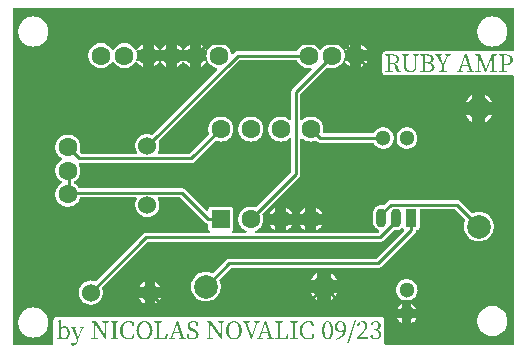
<source format=gtl>
G04 Layer: TopLayer*
G04 EasyEDA v6.5.34, 2023-09-19 01:31:31*
G04 170e72c34f8a4f55a7d3165c71e960a0,2c7f107921f9494b8657ce3d0c88cbd9,10*
G04 Gerber Generator version 0.2*
G04 Scale: 100 percent, Rotated: No, Reflected: No *
G04 Dimensions in millimeters *
G04 leading zeros omitted , absolute positions ,4 integer and 5 decimal *
%FSLAX45Y45*%
%MOMM*%

%ADD10C,0.2540*%
%ADD11C,1.6000*%
%ADD12C,2.0000*%
%ADD13O,0.8999982X1.5999968*%
%ADD14R,0.9000X1.6000*%
%ADD15R,1.6002X1.6002*%
%ADD16C,1.6002*%
%ADD17C,1.3000*%
%ADD18C,1.5240*%
%ADD19C,0.0158*%

%LPD*%
G36*
X443992Y11381384D02*
G01*
X440080Y11382146D01*
X436778Y11384381D01*
X434593Y11387632D01*
X433832Y11391544D01*
X433832Y14219377D01*
X434593Y14223288D01*
X436778Y14226590D01*
X440080Y14228775D01*
X443992Y14229537D01*
X4671822Y14229537D01*
X4675733Y14228775D01*
X4678984Y14226590D01*
X4681220Y14223288D01*
X4681982Y14219377D01*
X4681982Y13876324D01*
X4681118Y13872159D01*
X4678578Y13868755D01*
X4674920Y13866622D01*
X4669485Y13866368D01*
X3591864Y13866368D01*
X3585565Y13865656D01*
X3580079Y13863726D01*
X3575202Y13860678D01*
X3571087Y13856563D01*
X3568039Y13851686D01*
X3566109Y13846200D01*
X3565398Y13839901D01*
X3565398Y13687856D01*
X3566109Y13681557D01*
X3568039Y13676071D01*
X3571087Y13671194D01*
X3575202Y13667079D01*
X3580079Y13664031D01*
X3585565Y13662101D01*
X3591864Y13661390D01*
X4669485Y13661390D01*
X4674920Y13661136D01*
X4678578Y13659002D01*
X4681118Y13655598D01*
X4681982Y13651433D01*
X4681982Y11391544D01*
X4681220Y11387632D01*
X4678984Y11384381D01*
X4675733Y11382146D01*
X4671822Y11381384D01*
X3591560Y11381384D01*
X3587648Y11382146D01*
X3584397Y11384381D01*
X3582162Y11387632D01*
X3581400Y11391544D01*
X3581400Y11594033D01*
X3580688Y11600332D01*
X3578758Y11605818D01*
X3575710Y11610695D01*
X3571595Y11614810D01*
X3566718Y11617858D01*
X3561232Y11619788D01*
X3554933Y11620500D01*
X806754Y11620500D01*
X800455Y11619788D01*
X794969Y11617858D01*
X790092Y11614810D01*
X785977Y11610695D01*
X782929Y11605818D01*
X780999Y11600332D01*
X780288Y11594033D01*
X780288Y11391544D01*
X779526Y11387632D01*
X777290Y11384381D01*
X774039Y11382146D01*
X770128Y11381384D01*
G37*

%LPC*%
G36*
X609600Y11442192D02*
G01*
X624992Y11443157D01*
X640130Y11445900D01*
X654812Y11450472D01*
X668832Y11456822D01*
X682040Y11464798D01*
X694131Y11474297D01*
X705002Y11485168D01*
X714502Y11497259D01*
X722477Y11510467D01*
X728827Y11524488D01*
X733399Y11539169D01*
X736142Y11554307D01*
X737108Y11569700D01*
X736142Y11585092D01*
X733399Y11600230D01*
X728827Y11614912D01*
X722477Y11628932D01*
X714502Y11642140D01*
X705002Y11654231D01*
X694131Y11665102D01*
X682040Y11674602D01*
X668832Y11682577D01*
X654812Y11688927D01*
X640130Y11693499D01*
X624992Y11696242D01*
X609600Y11697208D01*
X594207Y11696242D01*
X579069Y11693499D01*
X564388Y11688927D01*
X550367Y11682577D01*
X537159Y11674602D01*
X525068Y11665102D01*
X514197Y11654231D01*
X504698Y11642140D01*
X496722Y11628932D01*
X490372Y11614912D01*
X485800Y11600230D01*
X483057Y11585092D01*
X482092Y11569700D01*
X483057Y11554307D01*
X485800Y11539169D01*
X490372Y11524488D01*
X496722Y11510467D01*
X504698Y11497259D01*
X514197Y11485168D01*
X525068Y11474297D01*
X537159Y11464798D01*
X550367Y11456822D01*
X564388Y11450472D01*
X579069Y11445900D01*
X594207Y11443157D01*
G37*
G36*
X4495800Y11454892D02*
G01*
X4511192Y11455857D01*
X4526330Y11458600D01*
X4541012Y11463172D01*
X4555032Y11469522D01*
X4568240Y11477498D01*
X4580331Y11486997D01*
X4591202Y11497868D01*
X4600702Y11509959D01*
X4608677Y11523167D01*
X4615027Y11537188D01*
X4619599Y11551869D01*
X4622342Y11567007D01*
X4623308Y11582400D01*
X4622342Y11597792D01*
X4619599Y11612930D01*
X4615027Y11627612D01*
X4608677Y11641632D01*
X4600702Y11654840D01*
X4591202Y11666931D01*
X4580331Y11677802D01*
X4568240Y11687302D01*
X4555032Y11695277D01*
X4541012Y11701627D01*
X4526330Y11706199D01*
X4511192Y11708942D01*
X4495800Y11709908D01*
X4480407Y11708942D01*
X4465269Y11706199D01*
X4450588Y11701627D01*
X4436567Y11695277D01*
X4423359Y11687302D01*
X4411268Y11677802D01*
X4400397Y11666931D01*
X4390898Y11654840D01*
X4382922Y11641632D01*
X4376572Y11627612D01*
X4372000Y11612930D01*
X4369257Y11597792D01*
X4368292Y11582400D01*
X4369257Y11567007D01*
X4372000Y11551869D01*
X4376572Y11537188D01*
X4382922Y11523167D01*
X4390898Y11509959D01*
X4400397Y11497868D01*
X4411268Y11486997D01*
X4423359Y11477498D01*
X4436567Y11469522D01*
X4450588Y11463172D01*
X4465269Y11458600D01*
X4480407Y11455857D01*
G37*
G36*
X3733037Y11565483D02*
G01*
X3733037Y11608663D01*
X3689807Y11608663D01*
X3690213Y11607647D01*
X3696563Y11596674D01*
X3704336Y11586667D01*
X3713479Y11577878D01*
X3723741Y11570411D01*
G37*
G36*
X3810762Y11565483D02*
G01*
X3820058Y11570411D01*
X3830320Y11577878D01*
X3839464Y11586667D01*
X3847236Y11596674D01*
X3853586Y11607647D01*
X3853992Y11608663D01*
X3810762Y11608663D01*
G37*
G36*
X3810762Y11686336D02*
G01*
X3853840Y11686336D01*
X3850589Y11692940D01*
X3843528Y11703456D01*
X3835044Y11712854D01*
X3825341Y11721033D01*
X3814572Y11727738D01*
X3810762Y11729466D01*
G37*
G36*
X3689959Y11686336D02*
G01*
X3733037Y11686336D01*
X3733037Y11729466D01*
X3729228Y11727738D01*
X3718458Y11721033D01*
X3708755Y11712854D01*
X3700272Y11703456D01*
X3693210Y11692940D01*
G37*
G36*
X1092758Y11721693D02*
G01*
X1106424Y11722150D01*
X1119835Y11724386D01*
X1132890Y11728450D01*
X1145235Y11734190D01*
X1156766Y11741505D01*
X1167180Y11750294D01*
X1176324Y11760454D01*
X1184046Y11771680D01*
X1190193Y11783822D01*
X1194663Y11796725D01*
X1197356Y11810085D01*
X1198270Y11823700D01*
X1197356Y11837314D01*
X1194663Y11850674D01*
X1192377Y11857177D01*
X1191818Y11860885D01*
X1192682Y11864594D01*
X1194816Y11867692D01*
X1575663Y12248540D01*
X1578965Y12250724D01*
X1582826Y12251486D01*
X3542588Y12251486D01*
X3550615Y12252299D01*
X3557879Y12254484D01*
X3564534Y12258040D01*
X3570732Y12263170D01*
X3659327Y12351715D01*
X3662121Y12353696D01*
X3665423Y12354661D01*
X3668877Y12354407D01*
X3671925Y12353696D01*
X3683000Y12352832D01*
X3694074Y12353696D01*
X3704894Y12356287D01*
X3715156Y12360554D01*
X3724656Y12366345D01*
X3727297Y12368580D01*
X3731107Y12370663D01*
X3735425Y12370917D01*
X3739438Y12369342D01*
X3742486Y12366294D01*
X3744772Y12362586D01*
X3748836Y12358522D01*
X3751072Y12355220D01*
X3751834Y12351359D01*
X3751072Y12347448D01*
X3748836Y12344146D01*
X3518560Y12113869D01*
X3515258Y12111685D01*
X3511346Y12110872D01*
X2268372Y12110872D01*
X2260346Y12110110D01*
X2253132Y12107926D01*
X2246477Y12104370D01*
X2240229Y12099239D01*
X2132431Y11991441D01*
X2129028Y11989206D01*
X2125065Y11988444D01*
X2121103Y11989358D01*
X2114753Y11992203D01*
X2100224Y11996724D01*
X2085289Y11999468D01*
X2070100Y12000382D01*
X2054910Y11999468D01*
X2039975Y11996724D01*
X2025446Y11992203D01*
X2011578Y11985955D01*
X1998573Y11978081D01*
X1986635Y11968734D01*
X1975866Y11957964D01*
X1966518Y11946026D01*
X1958644Y11933021D01*
X1952396Y11919153D01*
X1947875Y11904624D01*
X1945132Y11889689D01*
X1944217Y11874500D01*
X1945132Y11859310D01*
X1947875Y11844375D01*
X1952396Y11829846D01*
X1958644Y11815978D01*
X1966518Y11802973D01*
X1975866Y11791035D01*
X1986635Y11780266D01*
X1998573Y11770918D01*
X2011578Y11763044D01*
X2025446Y11756796D01*
X2039975Y11752275D01*
X2054910Y11749532D01*
X2070100Y11748617D01*
X2085289Y11749532D01*
X2100224Y11752275D01*
X2114753Y11756796D01*
X2128621Y11763044D01*
X2141626Y11770918D01*
X2153564Y11780266D01*
X2164334Y11791035D01*
X2173681Y11802973D01*
X2181555Y11815978D01*
X2187803Y11829846D01*
X2192324Y11844375D01*
X2195068Y11859310D01*
X2195982Y11874500D01*
X2195068Y11889689D01*
X2192324Y11904624D01*
X2187803Y11919153D01*
X2184958Y11925503D01*
X2184044Y11929465D01*
X2184806Y11933428D01*
X2187041Y11936831D01*
X2280920Y12030710D01*
X2284222Y12032894D01*
X2288082Y12033656D01*
X3531057Y12033656D01*
X3539083Y12034469D01*
X3546348Y12036653D01*
X3553002Y12040209D01*
X3559200Y12045340D01*
X3836974Y12323064D01*
X3842054Y12329312D01*
X3845610Y12335967D01*
X3848811Y12347295D01*
X3850792Y12350089D01*
X3853586Y12352121D01*
X3856888Y12353086D01*
X3860749Y12353493D01*
X3866235Y12355423D01*
X3871112Y12358471D01*
X3875227Y12362586D01*
X3878275Y12367463D01*
X3880205Y12372949D01*
X3880916Y12379248D01*
X3880916Y12519355D01*
X3881678Y12523266D01*
X3883863Y12526568D01*
X3887165Y12528753D01*
X3891076Y12529515D01*
X4175658Y12529515D01*
X4179519Y12528753D01*
X4182821Y12526568D01*
X4264558Y12444831D01*
X4266793Y12441428D01*
X4267555Y12437465D01*
X4266641Y12433503D01*
X4263796Y12427153D01*
X4259275Y12412624D01*
X4256532Y12397689D01*
X4255617Y12382500D01*
X4256532Y12367310D01*
X4259275Y12352375D01*
X4263796Y12337846D01*
X4270044Y12323978D01*
X4277918Y12310973D01*
X4287266Y12299035D01*
X4298035Y12288266D01*
X4309973Y12278918D01*
X4322978Y12271044D01*
X4336846Y12264796D01*
X4351375Y12260275D01*
X4366310Y12257532D01*
X4381500Y12256617D01*
X4396689Y12257532D01*
X4411624Y12260275D01*
X4426153Y12264796D01*
X4440021Y12271044D01*
X4453026Y12278918D01*
X4464964Y12288266D01*
X4475734Y12299035D01*
X4485081Y12310973D01*
X4492955Y12323978D01*
X4499203Y12337846D01*
X4503724Y12352375D01*
X4506468Y12367310D01*
X4507382Y12382500D01*
X4506468Y12397689D01*
X4503724Y12412624D01*
X4499203Y12427153D01*
X4492955Y12441021D01*
X4485081Y12454026D01*
X4475734Y12465964D01*
X4464964Y12476734D01*
X4453026Y12486081D01*
X4440021Y12493955D01*
X4426153Y12500203D01*
X4411624Y12504724D01*
X4396689Y12507468D01*
X4381500Y12508382D01*
X4366310Y12507468D01*
X4351375Y12504724D01*
X4336846Y12500203D01*
X4330496Y12497358D01*
X4326534Y12496444D01*
X4322572Y12497206D01*
X4319168Y12499441D01*
X4223512Y12595098D01*
X4217263Y12600228D01*
X4210608Y12603784D01*
X4203395Y12605969D01*
X4195368Y12606731D01*
X3638854Y12606731D01*
X3630828Y12605969D01*
X3623614Y12603784D01*
X3616909Y12600228D01*
X3610711Y12595098D01*
X3580942Y12565380D01*
X3578148Y12563398D01*
X3574846Y12562433D01*
X3571392Y12562687D01*
X3567074Y12563703D01*
X3556000Y12564567D01*
X3544925Y12563703D01*
X3534105Y12561112D01*
X3523843Y12556845D01*
X3514344Y12551054D01*
X3505860Y12543840D01*
X3498646Y12535357D01*
X3492855Y12525857D01*
X3488588Y12515596D01*
X3485997Y12504775D01*
X3485083Y12493294D01*
X3485083Y12424105D01*
X3485997Y12412624D01*
X3488588Y12401804D01*
X3492855Y12391542D01*
X3498646Y12382042D01*
X3505860Y12373559D01*
X3514344Y12366345D01*
X3523843Y12360554D01*
X3534613Y12356084D01*
X3537915Y12353899D01*
X3540099Y12350597D01*
X3540861Y12346686D01*
X3540099Y12342825D01*
X3537915Y12339523D01*
X3530092Y12331700D01*
X3526790Y12329515D01*
X3522878Y12328702D01*
X3003804Y12328702D01*
X2999181Y12329515D01*
X2995320Y12328702D01*
X2922930Y12328702D01*
X2918714Y12329718D01*
X2914396Y12328702D01*
X2749804Y12328702D01*
X2745181Y12329515D01*
X2741320Y12328702D01*
X2668930Y12328702D01*
X2664714Y12329718D01*
X2660396Y12328702D01*
X2495804Y12328702D01*
X2491384Y12329718D01*
X2487879Y12332512D01*
X2485898Y12336576D01*
X2485847Y12341098D01*
X2487777Y12345162D01*
X2491282Y12348006D01*
X2504033Y12354306D01*
X2515565Y12361976D01*
X2525979Y12371120D01*
X2535123Y12381534D01*
X2542794Y12393066D01*
X2548940Y12405461D01*
X2553411Y12418568D01*
X2556103Y12432182D01*
X2557018Y12446000D01*
X2556103Y12459817D01*
X2553411Y12473432D01*
X2550261Y12482576D01*
X2549753Y12486284D01*
X2550617Y12489942D01*
X2552700Y12492990D01*
X2859074Y12799364D01*
X2864154Y12805562D01*
X2867710Y12812268D01*
X2869895Y12819481D01*
X2870708Y12827508D01*
X2870708Y13122554D01*
X2871419Y13126313D01*
X2873552Y13129564D01*
X2876702Y13131800D01*
X2880410Y13132714D01*
X2884220Y13132104D01*
X2887573Y13130174D01*
X2894634Y13123976D01*
X2906166Y13116306D01*
X2918561Y13110159D01*
X2931668Y13105688D01*
X2945282Y13102996D01*
X2959100Y13102082D01*
X2972917Y13102996D01*
X2986532Y13105688D01*
X2995676Y13108838D01*
X2999384Y13109346D01*
X3003042Y13108482D01*
X3006140Y13106400D01*
X3007664Y13104876D01*
X3013862Y13099745D01*
X3020568Y13096189D01*
X3027781Y13094004D01*
X3035808Y13093192D01*
X3481882Y13093192D01*
X3485235Y13092633D01*
X3488232Y13090956D01*
X3490518Y13088416D01*
X3496767Y13078358D01*
X3504946Y13068655D01*
X3514344Y13060171D01*
X3524859Y13053110D01*
X3536238Y13047522D01*
X3548329Y13043611D01*
X3560775Y13041426D01*
X3573475Y13040969D01*
X3586073Y13042290D01*
X3598367Y13045389D01*
X3610152Y13050113D01*
X3621125Y13056463D01*
X3631133Y13064236D01*
X3639921Y13073380D01*
X3647389Y13083641D01*
X3653332Y13094817D01*
X3657650Y13106755D01*
X3660444Y13120166D01*
X3662070Y13123875D01*
X3664965Y13126669D01*
X3668725Y13128142D01*
X3672738Y13127990D01*
X3676396Y13126313D01*
X3679139Y13123316D01*
X3680460Y13119506D01*
X3681425Y13112902D01*
X3684879Y13100710D01*
X3690061Y13089128D01*
X3696766Y13078358D01*
X3704945Y13068655D01*
X3714343Y13060171D01*
X3724859Y13053110D01*
X3736238Y13047522D01*
X3748328Y13043611D01*
X3760774Y13041426D01*
X3773474Y13040969D01*
X3786073Y13042290D01*
X3798366Y13045389D01*
X3810152Y13050113D01*
X3821125Y13056463D01*
X3831132Y13064236D01*
X3839921Y13073380D01*
X3847388Y13083641D01*
X3853332Y13094817D01*
X3857650Y13106755D01*
X3860292Y13119150D01*
X3861206Y13131800D01*
X3860292Y13144449D01*
X3857650Y13156844D01*
X3853332Y13168782D01*
X3847388Y13179958D01*
X3839921Y13190219D01*
X3831132Y13199363D01*
X3821125Y13207136D01*
X3810152Y13213486D01*
X3798366Y13218210D01*
X3786073Y13221309D01*
X3773474Y13222630D01*
X3760774Y13222173D01*
X3748328Y13219988D01*
X3736238Y13216077D01*
X3724859Y13210489D01*
X3714343Y13203428D01*
X3704945Y13194944D01*
X3696766Y13185241D01*
X3690061Y13174472D01*
X3684879Y13162889D01*
X3681374Y13150646D01*
X3680409Y13144347D01*
X3679037Y13140588D01*
X3676345Y13137642D01*
X3672687Y13135965D01*
X3668674Y13135863D01*
X3664915Y13137286D01*
X3662019Y13140080D01*
X3660444Y13143738D01*
X3657650Y13156844D01*
X3653332Y13168782D01*
X3647389Y13179958D01*
X3639921Y13190219D01*
X3631133Y13199363D01*
X3621125Y13207136D01*
X3610152Y13213486D01*
X3598367Y13218210D01*
X3586073Y13221309D01*
X3573475Y13222630D01*
X3560775Y13222173D01*
X3548329Y13219988D01*
X3536238Y13216077D01*
X3524859Y13210489D01*
X3514344Y13203428D01*
X3504946Y13194944D01*
X3496767Y13185241D01*
X3490518Y13175183D01*
X3488232Y13172643D01*
X3485235Y13170966D01*
X3481882Y13170407D01*
X3071723Y13170407D01*
X3067405Y13171373D01*
X3063900Y13174116D01*
X3061868Y13178078D01*
X3061766Y13182549D01*
X3064103Y13194182D01*
X3065018Y13208000D01*
X3064103Y13221817D01*
X3061411Y13235432D01*
X3056940Y13248538D01*
X3050794Y13260933D01*
X3043123Y13272465D01*
X3033979Y13282879D01*
X3023565Y13292023D01*
X3012033Y13299694D01*
X2999638Y13305840D01*
X2986532Y13310311D01*
X2972917Y13313003D01*
X2959100Y13313918D01*
X2945282Y13313003D01*
X2931668Y13310311D01*
X2918561Y13305840D01*
X2906166Y13299694D01*
X2894634Y13292023D01*
X2887573Y13285825D01*
X2884220Y13283895D01*
X2880410Y13283285D01*
X2876702Y13284200D01*
X2873552Y13286435D01*
X2871419Y13289686D01*
X2870708Y13293445D01*
X2870708Y13502081D01*
X2871470Y13505992D01*
X2873705Y13509294D01*
X3093110Y13728700D01*
X3096209Y13730782D01*
X3099816Y13731646D01*
X3103524Y13731138D01*
X3112719Y13728039D01*
X3126282Y13725296D01*
X3140100Y13724432D01*
X3153918Y13725296D01*
X3167481Y13728039D01*
X3180638Y13732459D01*
X3193034Y13738606D01*
X3204565Y13746276D01*
X3214979Y13755420D01*
X3224123Y13765834D01*
X3231642Y13777112D01*
X3234436Y13779957D01*
X3238093Y13781430D01*
X3242106Y13781430D01*
X3245764Y13779957D01*
X3248558Y13777112D01*
X3256076Y13765834D01*
X3265220Y13755420D01*
X3275634Y13746276D01*
X3287166Y13738606D01*
X3293770Y13735354D01*
X3293770Y13783970D01*
X3250133Y13783970D01*
X3246374Y13784681D01*
X3243122Y13786764D01*
X3240887Y13789863D01*
X3239973Y13793571D01*
X3240481Y13797381D01*
X3242360Y13802918D01*
X3245104Y13816482D01*
X3245967Y13830300D01*
X3245104Y13844117D01*
X3242360Y13857681D01*
X3240481Y13863218D01*
X3239973Y13867028D01*
X3240887Y13870736D01*
X3243122Y13873835D01*
X3246374Y13875918D01*
X3250133Y13876629D01*
X3293770Y13876629D01*
X3293770Y13925245D01*
X3287166Y13921994D01*
X3275634Y13914323D01*
X3265220Y13905179D01*
X3256076Y13894765D01*
X3248558Y13883487D01*
X3245764Y13880642D01*
X3242106Y13879118D01*
X3238093Y13879118D01*
X3234436Y13880642D01*
X3231642Y13883487D01*
X3224123Y13894765D01*
X3214979Y13905179D01*
X3204565Y13914323D01*
X3193034Y13921994D01*
X3180638Y13928140D01*
X3167481Y13932560D01*
X3153918Y13935303D01*
X3140100Y13936167D01*
X3126282Y13935303D01*
X3112719Y13932560D01*
X3099562Y13928140D01*
X3087166Y13921994D01*
X3075635Y13914323D01*
X3065221Y13905179D01*
X3056077Y13894765D01*
X3048558Y13883487D01*
X3045764Y13880642D01*
X3042107Y13879118D01*
X3038094Y13879118D01*
X3034436Y13880642D01*
X3031642Y13883487D01*
X3024124Y13894765D01*
X3014980Y13905179D01*
X3004566Y13914323D01*
X2993034Y13921994D01*
X2980639Y13928140D01*
X2967482Y13932560D01*
X2953918Y13935303D01*
X2940100Y13936167D01*
X2926283Y13935303D01*
X2912719Y13932560D01*
X2899562Y13928140D01*
X2887167Y13921994D01*
X2875635Y13914323D01*
X2865221Y13905179D01*
X2856077Y13894765D01*
X2848406Y13883233D01*
X2844139Y13874597D01*
X2841853Y13871600D01*
X2838704Y13869619D01*
X2834995Y13868907D01*
X2341321Y13868907D01*
X2333294Y13868095D01*
X2326081Y13865910D01*
X2319375Y13862354D01*
X2313178Y13857224D01*
X2301849Y13845895D01*
X2298192Y13843558D01*
X2293874Y13842949D01*
X2289708Y13844219D01*
X2286406Y13847114D01*
X2284679Y13851128D01*
X2283358Y13857681D01*
X2278938Y13870838D01*
X2272792Y13883233D01*
X2265121Y13894765D01*
X2255977Y13905179D01*
X2245563Y13914323D01*
X2234031Y13921994D01*
X2221636Y13928140D01*
X2208479Y13932560D01*
X2194915Y13935303D01*
X2181098Y13936167D01*
X2167280Y13935303D01*
X2153716Y13932560D01*
X2140559Y13928140D01*
X2128164Y13921994D01*
X2116632Y13914323D01*
X2106218Y13905179D01*
X2097074Y13894765D01*
X2089556Y13883487D01*
X2086762Y13880642D01*
X2083104Y13879118D01*
X2079091Y13879118D01*
X2075434Y13880642D01*
X2072639Y13883487D01*
X2065121Y13894765D01*
X2055977Y13905179D01*
X2045563Y13914323D01*
X2034032Y13921994D01*
X2027428Y13925245D01*
X2027428Y13876629D01*
X2071065Y13876629D01*
X2074824Y13875918D01*
X2078075Y13873835D01*
X2080310Y13870736D01*
X2081225Y13867028D01*
X2080717Y13863218D01*
X2078837Y13857681D01*
X2076094Y13844117D01*
X2075230Y13830300D01*
X2076094Y13816482D01*
X2078837Y13802918D01*
X2080717Y13797381D01*
X2081225Y13793571D01*
X2080310Y13789863D01*
X2078075Y13786764D01*
X2074824Y13784681D01*
X2071065Y13783970D01*
X2027428Y13783970D01*
X2027428Y13735354D01*
X2034032Y13738606D01*
X2045563Y13746276D01*
X2055977Y13755420D01*
X2065121Y13765834D01*
X2072639Y13777112D01*
X2075434Y13779957D01*
X2079091Y13781430D01*
X2083104Y13781430D01*
X2086762Y13779957D01*
X2089556Y13777112D01*
X2097074Y13765834D01*
X2106218Y13755420D01*
X2116632Y13746276D01*
X2128164Y13738606D01*
X2140559Y13732459D01*
X2153716Y13728039D01*
X2160270Y13726718D01*
X2164283Y13724991D01*
X2167178Y13721689D01*
X2168448Y13717524D01*
X2167839Y13713206D01*
X2165502Y13709548D01*
X1618996Y13163092D01*
X1616100Y13161060D01*
X1612646Y13160146D01*
X1609140Y13160501D01*
X1595120Y13164362D01*
X1581607Y13166191D01*
X1567992Y13166191D01*
X1554480Y13164362D01*
X1541322Y13160756D01*
X1528775Y13155422D01*
X1517040Y13148462D01*
X1506321Y13140029D01*
X1496822Y13130225D01*
X1488744Y13119252D01*
X1482191Y13107263D01*
X1477314Y13094563D01*
X1474114Y13081304D01*
X1472793Y13067741D01*
X1473250Y13054076D01*
X1475486Y13040664D01*
X1479550Y13027609D01*
X1485290Y13015264D01*
X1486306Y13013639D01*
X1487779Y13009575D01*
X1487474Y13005308D01*
X1485392Y13001498D01*
X1481937Y12998958D01*
X1477721Y12997992D01*
X1018082Y12997992D01*
X1014221Y12998805D01*
X1010919Y13000990D01*
X1003300Y13008610D01*
X1001217Y13011708D01*
X1000353Y13015315D01*
X1000861Y13019024D01*
X1003960Y13028218D01*
X1006703Y13041782D01*
X1007567Y13055600D01*
X1006703Y13069417D01*
X1003960Y13082981D01*
X999540Y13096138D01*
X993394Y13108533D01*
X985723Y13120065D01*
X976579Y13130479D01*
X966165Y13139623D01*
X954633Y13147294D01*
X942238Y13153440D01*
X929081Y13157860D01*
X915517Y13160603D01*
X901700Y13161467D01*
X887882Y13160603D01*
X874318Y13157860D01*
X861161Y13153440D01*
X848766Y13147294D01*
X837234Y13139623D01*
X826820Y13130479D01*
X817676Y13120065D01*
X810006Y13108533D01*
X803859Y13096138D01*
X799439Y13082981D01*
X796696Y13069417D01*
X795832Y13055600D01*
X796696Y13041782D01*
X799439Y13028218D01*
X803859Y13015061D01*
X810006Y13002666D01*
X817676Y12991134D01*
X826820Y12980720D01*
X837234Y12971576D01*
X848512Y12964058D01*
X851357Y12961264D01*
X852881Y12957606D01*
X852881Y12953593D01*
X851357Y12949936D01*
X848512Y12947142D01*
X837234Y12939623D01*
X826820Y12930479D01*
X817676Y12920065D01*
X810006Y12908534D01*
X803859Y12896138D01*
X799439Y12882981D01*
X796696Y12869418D01*
X795832Y12855600D01*
X796696Y12841782D01*
X799439Y12828219D01*
X803859Y12815062D01*
X810006Y12802666D01*
X817676Y12791135D01*
X826820Y12780721D01*
X837234Y12771577D01*
X848512Y12764058D01*
X851357Y12761264D01*
X852881Y12757607D01*
X852881Y12753594D01*
X851357Y12749936D01*
X848512Y12747142D01*
X837234Y12739624D01*
X826820Y12730480D01*
X817676Y12720066D01*
X810006Y12708534D01*
X803859Y12696139D01*
X799439Y12682982D01*
X796696Y12669418D01*
X795832Y12655600D01*
X796696Y12641783D01*
X799439Y12628219D01*
X803859Y12615062D01*
X810006Y12602667D01*
X817676Y12591135D01*
X826820Y12580721D01*
X837234Y12571577D01*
X848766Y12563906D01*
X861161Y12557760D01*
X874318Y12553340D01*
X887882Y12550597D01*
X901700Y12549733D01*
X915517Y12550597D01*
X929081Y12553340D01*
X942238Y12557760D01*
X954633Y12563906D01*
X966165Y12571577D01*
X976579Y12580721D01*
X985723Y12591135D01*
X993394Y12602667D01*
X999540Y12615062D01*
X1002436Y12623698D01*
X1004569Y12627305D01*
X1007973Y12629743D01*
X1012088Y12630556D01*
X1477822Y12630556D01*
X1481886Y12629743D01*
X1485290Y12627305D01*
X1487424Y12623698D01*
X1487932Y12619532D01*
X1486712Y12615519D01*
X1482191Y12607290D01*
X1477314Y12594539D01*
X1474114Y12581280D01*
X1472793Y12567716D01*
X1473250Y12554102D01*
X1475486Y12540640D01*
X1479550Y12527635D01*
X1485290Y12515240D01*
X1492605Y12503759D01*
X1501394Y12493345D01*
X1511554Y12484201D01*
X1522780Y12476480D01*
X1534922Y12470333D01*
X1547825Y12465862D01*
X1561185Y12463119D01*
X1574800Y12462205D01*
X1588414Y12463119D01*
X1601774Y12465862D01*
X1614678Y12470333D01*
X1626819Y12476480D01*
X1638046Y12484201D01*
X1648206Y12493345D01*
X1656994Y12503759D01*
X1664309Y12515240D01*
X1670050Y12527635D01*
X1674114Y12540640D01*
X1676349Y12554102D01*
X1676806Y12567716D01*
X1675485Y12581280D01*
X1672285Y12594539D01*
X1667408Y12607290D01*
X1662887Y12615519D01*
X1661668Y12619532D01*
X1662175Y12623698D01*
X1664309Y12627305D01*
X1667713Y12629743D01*
X1671777Y12630556D01*
X1845716Y12630556D01*
X1849628Y12629794D01*
X1852930Y12627610D01*
X2061464Y12419076D01*
X2067712Y12413945D01*
X2074367Y12410389D01*
X2085593Y12407087D01*
X2088540Y12404852D01*
X2090521Y12401702D01*
X2091182Y12398044D01*
X2091182Y12366548D01*
X2091893Y12360249D01*
X2093823Y12354763D01*
X2096871Y12349886D01*
X2100681Y12346076D01*
X2102916Y12342774D01*
X2103678Y12338862D01*
X2102916Y12335002D01*
X2100681Y12331700D01*
X2097379Y12329515D01*
X2093518Y12328702D01*
X1563116Y12328702D01*
X1555089Y12327940D01*
X1547876Y12325756D01*
X1541221Y12322200D01*
X1534972Y12317069D01*
X1140256Y11922353D01*
X1137259Y11920270D01*
X1133703Y11919407D01*
X1130096Y11919813D01*
X1119835Y11923014D01*
X1106424Y11925249D01*
X1092758Y11925706D01*
X1079195Y11924385D01*
X1065936Y11921185D01*
X1053236Y11916308D01*
X1041247Y11909755D01*
X1030274Y11901678D01*
X1020470Y11892178D01*
X1012037Y11881459D01*
X1005078Y11869724D01*
X999744Y11857177D01*
X996137Y11844020D01*
X994308Y11830507D01*
X994308Y11816892D01*
X996137Y11803380D01*
X999744Y11790222D01*
X1005078Y11777675D01*
X1012037Y11765940D01*
X1020470Y11755221D01*
X1030274Y11745722D01*
X1041247Y11737644D01*
X1053236Y11731091D01*
X1065936Y11726214D01*
X1079195Y11723014D01*
G37*
G36*
X1551736Y11731904D02*
G01*
X1551736Y11779250D01*
X1504391Y11779250D01*
X1505051Y11777675D01*
X1512011Y11765940D01*
X1520494Y11755221D01*
X1530299Y11745722D01*
X1541272Y11737644D01*
G37*
G36*
X1640636Y11732056D02*
G01*
X1645259Y11734190D01*
X1656740Y11741505D01*
X1667154Y11750294D01*
X1676298Y11760454D01*
X1684020Y11771680D01*
X1687830Y11779250D01*
X1640636Y11779250D01*
G37*
G36*
X3771900Y11756593D02*
G01*
X3784549Y11757507D01*
X3796944Y11760149D01*
X3808882Y11764467D01*
X3820058Y11770410D01*
X3830320Y11777878D01*
X3839464Y11786666D01*
X3847236Y11796674D01*
X3853586Y11807647D01*
X3858310Y11819432D01*
X3861409Y11831726D01*
X3862730Y11844324D01*
X3862273Y11857024D01*
X3860088Y11869470D01*
X3856177Y11881561D01*
X3850589Y11892940D01*
X3843528Y11903456D01*
X3835044Y11912854D01*
X3825341Y11921032D01*
X3814572Y11927738D01*
X3802989Y11932920D01*
X3790797Y11936374D01*
X3778250Y11938152D01*
X3765550Y11938152D01*
X3753002Y11936374D01*
X3740810Y11932920D01*
X3729228Y11927738D01*
X3718458Y11921032D01*
X3708755Y11912854D01*
X3700272Y11903456D01*
X3693210Y11892940D01*
X3687622Y11881561D01*
X3683711Y11869470D01*
X3681526Y11857024D01*
X3681069Y11844324D01*
X3682390Y11831726D01*
X3685489Y11819432D01*
X3690213Y11807647D01*
X3696563Y11796674D01*
X3704336Y11786666D01*
X3713479Y11777878D01*
X3723741Y11770410D01*
X3734917Y11764467D01*
X3746855Y11760149D01*
X3759606Y11757456D01*
G37*
G36*
X3126435Y11762079D02*
G01*
X3128619Y11763044D01*
X3141624Y11770918D01*
X3153562Y11780266D01*
X3164332Y11791035D01*
X3173679Y11802973D01*
X3181553Y11815978D01*
X3182518Y11818162D01*
X3126435Y11818162D01*
G37*
G36*
X3013760Y11762079D02*
G01*
X3013760Y11818162D01*
X2957677Y11818162D01*
X2958642Y11815978D01*
X2966516Y11802973D01*
X2975864Y11791035D01*
X2986633Y11780266D01*
X2998571Y11770918D01*
X3011576Y11763044D01*
G37*
G36*
X1640636Y11868150D02*
G01*
X1687830Y11868150D01*
X1684020Y11875719D01*
X1676298Y11886946D01*
X1667154Y11897106D01*
X1656740Y11905894D01*
X1645259Y11913209D01*
X1640636Y11915343D01*
G37*
G36*
X1504391Y11868150D02*
G01*
X1551736Y11868150D01*
X1551736Y11915495D01*
X1541272Y11909755D01*
X1530299Y11901678D01*
X1520494Y11892178D01*
X1512011Y11881459D01*
X1505051Y11869724D01*
G37*
G36*
X2957677Y11930837D02*
G01*
X3013760Y11930837D01*
X3013760Y11986920D01*
X3011576Y11985955D01*
X2998571Y11978081D01*
X2986633Y11968734D01*
X2975864Y11957964D01*
X2966516Y11946026D01*
X2958642Y11933021D01*
G37*
G36*
X3126435Y11930837D02*
G01*
X3182518Y11930837D01*
X3181553Y11933021D01*
X3173679Y11946026D01*
X3164332Y11957964D01*
X3153562Y11968734D01*
X3141624Y11978081D01*
X3128619Y11985955D01*
X3126435Y11986920D01*
G37*
G36*
X2751480Y12351054D02*
G01*
X2758033Y12354306D01*
X2769565Y12361976D01*
X2779979Y12371120D01*
X2789123Y12381534D01*
X2796794Y12393066D01*
X2800045Y12399619D01*
X2751480Y12399619D01*
G37*
G36*
X2658770Y12351054D02*
G01*
X2658770Y12399619D01*
X2610154Y12399619D01*
X2613406Y12393066D01*
X2621076Y12381534D01*
X2630220Y12371120D01*
X2640634Y12361976D01*
X2652166Y12354306D01*
G37*
G36*
X3005480Y12351054D02*
G01*
X3012033Y12354306D01*
X3023565Y12361976D01*
X3033979Y12371120D01*
X3043123Y12381534D01*
X3050794Y12393066D01*
X3054045Y12399619D01*
X3005480Y12399619D01*
G37*
G36*
X2912770Y12351054D02*
G01*
X2912770Y12399619D01*
X2864154Y12399619D01*
X2867406Y12393066D01*
X2875076Y12381534D01*
X2884220Y12371120D01*
X2894634Y12361976D01*
X2906166Y12354306D01*
G37*
G36*
X3005480Y12492329D02*
G01*
X3054045Y12492329D01*
X3050794Y12498933D01*
X3043123Y12510465D01*
X3033979Y12520879D01*
X3023565Y12530023D01*
X3012033Y12537694D01*
X3005480Y12540945D01*
G37*
G36*
X2610154Y12492329D02*
G01*
X2658770Y12492329D01*
X2658770Y12540945D01*
X2652166Y12537694D01*
X2640634Y12530023D01*
X2630220Y12520879D01*
X2621076Y12510465D01*
X2613406Y12498933D01*
G37*
G36*
X2751480Y12492329D02*
G01*
X2800045Y12492329D01*
X2796794Y12498933D01*
X2789123Y12510465D01*
X2779979Y12520879D01*
X2769565Y12530023D01*
X2758033Y12537694D01*
X2751480Y12540945D01*
G37*
G36*
X2864154Y12492329D02*
G01*
X2912770Y12492329D01*
X2912770Y12540945D01*
X2906166Y12537694D01*
X2894634Y12530023D01*
X2884220Y12520879D01*
X2875076Y12510465D01*
X2867406Y12498933D01*
G37*
G36*
X4437837Y13270077D02*
G01*
X4440021Y13271042D01*
X4453026Y13278916D01*
X4464964Y13288263D01*
X4475734Y13299033D01*
X4485081Y13310971D01*
X4492955Y13323976D01*
X4493920Y13326160D01*
X4437837Y13326160D01*
G37*
G36*
X4325162Y13270077D02*
G01*
X4325162Y13326160D01*
X4269079Y13326160D01*
X4270044Y13323976D01*
X4277918Y13310971D01*
X4287266Y13299033D01*
X4298035Y13288263D01*
X4309973Y13278916D01*
X4322978Y13271042D01*
G37*
G36*
X4269079Y13438835D02*
G01*
X4325162Y13438835D01*
X4325162Y13494918D01*
X4322978Y13493953D01*
X4309973Y13486079D01*
X4298035Y13476732D01*
X4287266Y13465962D01*
X4277918Y13454024D01*
X4270044Y13441019D01*
G37*
G36*
X4437837Y13438835D02*
G01*
X4493920Y13438835D01*
X4492955Y13441019D01*
X4485081Y13454024D01*
X4475734Y13465962D01*
X4464964Y13476732D01*
X4453026Y13486079D01*
X4440021Y13493953D01*
X4437837Y13494918D01*
G37*
G36*
X1181100Y13724432D02*
G01*
X1194917Y13725296D01*
X1208481Y13728039D01*
X1221638Y13732459D01*
X1234033Y13738606D01*
X1245565Y13746276D01*
X1255979Y13755420D01*
X1265123Y13765834D01*
X1272641Y13777112D01*
X1275435Y13779957D01*
X1279093Y13781430D01*
X1283106Y13781430D01*
X1286764Y13779957D01*
X1289558Y13777112D01*
X1297076Y13765834D01*
X1306220Y13755420D01*
X1316634Y13746276D01*
X1328166Y13738606D01*
X1340561Y13732459D01*
X1353718Y13728039D01*
X1367282Y13725296D01*
X1381099Y13724432D01*
X1394917Y13725296D01*
X1408480Y13728039D01*
X1421638Y13732459D01*
X1434033Y13738606D01*
X1445564Y13746276D01*
X1455978Y13755420D01*
X1465122Y13765834D01*
X1472641Y13777112D01*
X1475435Y13779957D01*
X1479092Y13781430D01*
X1483106Y13781430D01*
X1486763Y13779957D01*
X1489557Y13777112D01*
X1497076Y13765834D01*
X1506220Y13755420D01*
X1516634Y13746276D01*
X1528165Y13738606D01*
X1534769Y13735354D01*
X1534769Y13783970D01*
X1491132Y13783970D01*
X1487373Y13784681D01*
X1484122Y13786764D01*
X1481886Y13789863D01*
X1480972Y13793571D01*
X1481480Y13797381D01*
X1483360Y13802918D01*
X1486103Y13816482D01*
X1486966Y13830300D01*
X1486103Y13844117D01*
X1483360Y13857681D01*
X1481480Y13863218D01*
X1480972Y13867028D01*
X1481886Y13870736D01*
X1484122Y13873835D01*
X1487373Y13875918D01*
X1491132Y13876629D01*
X1534769Y13876629D01*
X1534769Y13925245D01*
X1528165Y13921994D01*
X1516634Y13914323D01*
X1506220Y13905179D01*
X1497076Y13894765D01*
X1489557Y13883487D01*
X1486763Y13880642D01*
X1483106Y13879118D01*
X1479092Y13879118D01*
X1475435Y13880642D01*
X1472641Y13883487D01*
X1465122Y13894765D01*
X1455978Y13905179D01*
X1445564Y13914323D01*
X1434033Y13921994D01*
X1421638Y13928140D01*
X1408480Y13932560D01*
X1394917Y13935303D01*
X1381099Y13936167D01*
X1367282Y13935303D01*
X1353718Y13932560D01*
X1340561Y13928140D01*
X1328166Y13921994D01*
X1316634Y13914323D01*
X1306220Y13905179D01*
X1297076Y13894765D01*
X1289558Y13883487D01*
X1286764Y13880642D01*
X1283106Y13879118D01*
X1279093Y13879118D01*
X1275435Y13880642D01*
X1272641Y13883487D01*
X1265123Y13894765D01*
X1255979Y13905179D01*
X1245565Y13914323D01*
X1234033Y13921994D01*
X1221638Y13928140D01*
X1208481Y13932560D01*
X1194917Y13935303D01*
X1181100Y13936167D01*
X1167282Y13935303D01*
X1153718Y13932560D01*
X1140561Y13928140D01*
X1128166Y13921994D01*
X1116634Y13914323D01*
X1106220Y13905179D01*
X1097076Y13894765D01*
X1089406Y13883233D01*
X1083259Y13870838D01*
X1078839Y13857681D01*
X1076096Y13844117D01*
X1075232Y13830300D01*
X1076096Y13816482D01*
X1078839Y13802918D01*
X1083259Y13789761D01*
X1089406Y13777366D01*
X1097076Y13765834D01*
X1106220Y13755420D01*
X1116634Y13746276D01*
X1128166Y13738606D01*
X1140561Y13732459D01*
X1153718Y13728039D01*
X1167282Y13725296D01*
G37*
G36*
X3386429Y13735354D02*
G01*
X3393033Y13738606D01*
X3404565Y13746276D01*
X3414979Y13755420D01*
X3424123Y13765834D01*
X3431794Y13777366D01*
X3435045Y13783970D01*
X3386429Y13783970D01*
G37*
G36*
X1627428Y13735354D02*
G01*
X1634032Y13738606D01*
X1645564Y13746276D01*
X1655978Y13755420D01*
X1665122Y13765834D01*
X1672640Y13777112D01*
X1675434Y13779957D01*
X1679092Y13781430D01*
X1683105Y13781430D01*
X1686763Y13779957D01*
X1689557Y13777112D01*
X1697075Y13765834D01*
X1706219Y13755420D01*
X1716633Y13746276D01*
X1728165Y13738606D01*
X1734769Y13735354D01*
X1734769Y13783970D01*
X1627428Y13783970D01*
G37*
G36*
X1827428Y13735354D02*
G01*
X1834032Y13738606D01*
X1845564Y13746276D01*
X1855978Y13755420D01*
X1865122Y13765834D01*
X1872640Y13777112D01*
X1875434Y13779957D01*
X1879092Y13781430D01*
X1883105Y13781430D01*
X1886762Y13779957D01*
X1889556Y13777112D01*
X1897075Y13765834D01*
X1906219Y13755420D01*
X1916633Y13746276D01*
X1928164Y13738606D01*
X1934768Y13735354D01*
X1934768Y13783970D01*
X1827428Y13783970D01*
G37*
G36*
X3386429Y13876629D02*
G01*
X3435045Y13876629D01*
X3431794Y13883233D01*
X3424123Y13894765D01*
X3414979Y13905179D01*
X3404565Y13914323D01*
X3393033Y13921994D01*
X3386429Y13925245D01*
G37*
G36*
X1627428Y13876629D02*
G01*
X1734769Y13876629D01*
X1734769Y13925245D01*
X1728165Y13921994D01*
X1716633Y13914323D01*
X1706219Y13905179D01*
X1697075Y13894765D01*
X1689557Y13883487D01*
X1686763Y13880642D01*
X1683105Y13879118D01*
X1679092Y13879118D01*
X1675434Y13880642D01*
X1672640Y13883487D01*
X1665122Y13894765D01*
X1655978Y13905179D01*
X1645564Y13914323D01*
X1634032Y13921994D01*
X1627428Y13925245D01*
G37*
G36*
X1827428Y13876629D02*
G01*
X1934768Y13876629D01*
X1934768Y13925245D01*
X1928164Y13921994D01*
X1916633Y13914323D01*
X1906219Y13905179D01*
X1897075Y13894765D01*
X1889556Y13883487D01*
X1886762Y13880642D01*
X1883105Y13879118D01*
X1879092Y13879118D01*
X1875434Y13880642D01*
X1872640Y13883487D01*
X1865122Y13894765D01*
X1855978Y13905179D01*
X1845564Y13914323D01*
X1834032Y13921994D01*
X1827428Y13925245D01*
G37*
G36*
X4495800Y13905992D02*
G01*
X4511192Y13906957D01*
X4526330Y13909700D01*
X4541012Y13914272D01*
X4555032Y13920622D01*
X4568240Y13928598D01*
X4580331Y13938097D01*
X4591202Y13948968D01*
X4600702Y13961059D01*
X4608677Y13974267D01*
X4615027Y13988288D01*
X4619599Y14002969D01*
X4622342Y14018107D01*
X4623308Y14033500D01*
X4622342Y14048892D01*
X4619599Y14064030D01*
X4615027Y14078712D01*
X4608677Y14092732D01*
X4600702Y14105940D01*
X4591202Y14118031D01*
X4580331Y14128902D01*
X4568240Y14138401D01*
X4555032Y14146377D01*
X4541012Y14152727D01*
X4526330Y14157299D01*
X4511192Y14160042D01*
X4495800Y14161007D01*
X4480407Y14160042D01*
X4465269Y14157299D01*
X4450588Y14152727D01*
X4436567Y14146377D01*
X4423359Y14138401D01*
X4411268Y14128902D01*
X4400397Y14118031D01*
X4390898Y14105940D01*
X4382922Y14092732D01*
X4376572Y14078712D01*
X4372000Y14064030D01*
X4369257Y14048892D01*
X4368292Y14033500D01*
X4369257Y14018107D01*
X4372000Y14002969D01*
X4376572Y13988288D01*
X4382922Y13974267D01*
X4390898Y13961059D01*
X4400397Y13948968D01*
X4411268Y13938097D01*
X4423359Y13928598D01*
X4436567Y13920622D01*
X4450588Y13914272D01*
X4465269Y13909700D01*
X4480407Y13906957D01*
G37*
G36*
X609600Y13905992D02*
G01*
X624992Y13906957D01*
X640130Y13909700D01*
X654812Y13914272D01*
X668832Y13920622D01*
X682040Y13928598D01*
X694131Y13938097D01*
X705002Y13948968D01*
X714502Y13961059D01*
X722477Y13974267D01*
X728827Y13988288D01*
X733399Y14002969D01*
X736142Y14018107D01*
X737108Y14033500D01*
X736142Y14048892D01*
X733399Y14064030D01*
X728827Y14078712D01*
X722477Y14092732D01*
X714502Y14105940D01*
X705002Y14118031D01*
X694131Y14128902D01*
X682040Y14138401D01*
X668832Y14146377D01*
X654812Y14152727D01*
X640130Y14157299D01*
X624992Y14160042D01*
X609600Y14161007D01*
X594207Y14160042D01*
X579069Y14157299D01*
X564388Y14152727D01*
X550367Y14146377D01*
X537159Y14138401D01*
X525068Y14128902D01*
X514197Y14118031D01*
X504698Y14105940D01*
X496722Y14092732D01*
X490372Y14078712D01*
X485800Y14064030D01*
X483057Y14048892D01*
X482092Y14033500D01*
X483057Y14018107D01*
X485800Y14002969D01*
X490372Y13988288D01*
X496722Y13974267D01*
X504698Y13961059D01*
X514197Y13948968D01*
X525068Y13938097D01*
X537159Y13928598D01*
X550367Y13920622D01*
X564388Y13914272D01*
X579069Y13909700D01*
X594207Y13906957D01*
G37*

%LPD*%
G36*
X2300681Y12328702D02*
G01*
X2296820Y12329515D01*
X2293518Y12331700D01*
X2291334Y12335002D01*
X2290521Y12338862D01*
X2291334Y12342774D01*
X2293518Y12346076D01*
X2297328Y12349886D01*
X2300376Y12354763D01*
X2302306Y12360249D01*
X2303018Y12366548D01*
X2303018Y12525451D01*
X2302306Y12531750D01*
X2300376Y12537236D01*
X2297328Y12542113D01*
X2293213Y12546228D01*
X2288336Y12549276D01*
X2282850Y12551206D01*
X2276551Y12551918D01*
X2117648Y12551918D01*
X2111349Y12551206D01*
X2105863Y12549276D01*
X2100986Y12546228D01*
X2096871Y12542113D01*
X2093823Y12537236D01*
X2091893Y12531750D01*
X2091182Y12525451D01*
X2091182Y12523063D01*
X2090420Y12519202D01*
X2088184Y12515900D01*
X2084933Y12513665D01*
X2081022Y12512903D01*
X2077110Y12513665D01*
X2073859Y12515900D01*
X1893570Y12696139D01*
X1887372Y12701270D01*
X1880717Y12704826D01*
X1873453Y12707010D01*
X1865426Y12707772D01*
X999337Y12707772D01*
X996086Y12708331D01*
X993140Y12709906D01*
X990904Y12712293D01*
X985723Y12720066D01*
X976579Y12730480D01*
X966165Y12739624D01*
X958392Y12744805D01*
X956005Y12747040D01*
X954430Y12749987D01*
X953922Y12753238D01*
X953922Y12757962D01*
X954430Y12761214D01*
X956005Y12764160D01*
X958392Y12766395D01*
X966165Y12771577D01*
X976579Y12780721D01*
X985723Y12791135D01*
X993394Y12802666D01*
X999540Y12815062D01*
X1003960Y12828219D01*
X1006703Y12841782D01*
X1007567Y12855600D01*
X1006703Y12869418D01*
X1003960Y12882981D01*
X999540Y12896138D01*
X994562Y12906146D01*
X993546Y12910108D01*
X994156Y12914172D01*
X996340Y12917627D01*
X999693Y12919964D01*
X1003706Y12920776D01*
X1948027Y12920776D01*
X1956054Y12921589D01*
X1963267Y12923774D01*
X1969922Y12927330D01*
X1976170Y12932460D01*
X2150110Y13106400D01*
X2153158Y13108482D01*
X2156815Y13109346D01*
X2160524Y13108838D01*
X2169668Y13105688D01*
X2183282Y13102996D01*
X2197100Y13102082D01*
X2210917Y13102996D01*
X2224532Y13105688D01*
X2237638Y13110159D01*
X2250033Y13116306D01*
X2261565Y13123976D01*
X2271979Y13133120D01*
X2281123Y13143534D01*
X2288794Y13155066D01*
X2294940Y13167461D01*
X2299411Y13180568D01*
X2302103Y13194182D01*
X2303018Y13208000D01*
X2302103Y13221817D01*
X2299411Y13235432D01*
X2294940Y13248538D01*
X2288794Y13260933D01*
X2281123Y13272465D01*
X2271979Y13282879D01*
X2261565Y13292023D01*
X2250033Y13299694D01*
X2237638Y13305840D01*
X2224532Y13310311D01*
X2210917Y13313003D01*
X2197100Y13313918D01*
X2183282Y13313003D01*
X2169668Y13310311D01*
X2156561Y13305840D01*
X2144166Y13299694D01*
X2132634Y13292023D01*
X2122220Y13282879D01*
X2113076Y13272465D01*
X2105406Y13260933D01*
X2099259Y13248538D01*
X2094788Y13235432D01*
X2092096Y13221817D01*
X2091182Y13208000D01*
X2092096Y13194182D01*
X2094788Y13180568D01*
X2097938Y13171424D01*
X2098446Y13167715D01*
X2097582Y13164057D01*
X2095500Y13160959D01*
X1935480Y13000990D01*
X1932178Y12998805D01*
X1928317Y12997992D01*
X1671878Y12997992D01*
X1667662Y12998958D01*
X1664207Y13001498D01*
X1662125Y13005308D01*
X1661820Y13009575D01*
X1663293Y13013639D01*
X1664309Y13015264D01*
X1670050Y13027609D01*
X1674114Y13040664D01*
X1676349Y13054076D01*
X1676806Y13067741D01*
X1675485Y13081304D01*
X1672285Y13094563D01*
X1671167Y13097510D01*
X1670507Y13101319D01*
X1671269Y13105130D01*
X1673453Y13108330D01*
X2353818Y13788694D01*
X2357120Y13790930D01*
X2361031Y13791692D01*
X2834995Y13791692D01*
X2838704Y13790980D01*
X2841853Y13788999D01*
X2844139Y13786002D01*
X2848406Y13777366D01*
X2856077Y13765834D01*
X2865221Y13755420D01*
X2875635Y13746276D01*
X2887167Y13738606D01*
X2899562Y13732459D01*
X2912719Y13728039D01*
X2926283Y13725296D01*
X2940100Y13724432D01*
X2954274Y13725398D01*
X2958592Y13725296D01*
X2962452Y13723467D01*
X2965196Y13720216D01*
X2966415Y13716101D01*
X2965754Y13711834D01*
X2963468Y13708227D01*
X2805176Y13549934D01*
X2800045Y13543737D01*
X2796489Y13537031D01*
X2794304Y13529818D01*
X2793492Y13521791D01*
X2793492Y13293445D01*
X2792780Y13289686D01*
X2790698Y13286435D01*
X2787548Y13284200D01*
X2783789Y13283285D01*
X2779979Y13283844D01*
X2776626Y13285825D01*
X2769565Y13292023D01*
X2758033Y13299694D01*
X2745638Y13305840D01*
X2732532Y13310311D01*
X2718917Y13313003D01*
X2705100Y13313918D01*
X2691282Y13313003D01*
X2677668Y13310311D01*
X2664561Y13305840D01*
X2652166Y13299694D01*
X2640634Y13292023D01*
X2630220Y13282879D01*
X2621076Y13272465D01*
X2613406Y13260933D01*
X2607259Y13248538D01*
X2602788Y13235432D01*
X2600096Y13221817D01*
X2599182Y13208000D01*
X2600096Y13194182D01*
X2602788Y13180568D01*
X2607259Y13167461D01*
X2613406Y13155066D01*
X2621076Y13143534D01*
X2630220Y13133120D01*
X2640634Y13123976D01*
X2652166Y13116306D01*
X2664561Y13110159D01*
X2677668Y13105688D01*
X2691282Y13102996D01*
X2705100Y13102082D01*
X2718917Y13102996D01*
X2732532Y13105688D01*
X2745638Y13110159D01*
X2758033Y13116306D01*
X2769565Y13123976D01*
X2776626Y13130174D01*
X2779979Y13132155D01*
X2783789Y13132714D01*
X2787548Y13131800D01*
X2790698Y13129564D01*
X2792780Y13126313D01*
X2793492Y13122554D01*
X2793492Y12847218D01*
X2792730Y12843306D01*
X2790494Y12840004D01*
X2498140Y12547600D01*
X2495042Y12545517D01*
X2491384Y12544653D01*
X2487676Y12545161D01*
X2478532Y12548311D01*
X2464917Y12551003D01*
X2451100Y12551918D01*
X2437282Y12551003D01*
X2423668Y12548311D01*
X2410561Y12543840D01*
X2398166Y12537694D01*
X2386634Y12530023D01*
X2376220Y12520879D01*
X2367076Y12510465D01*
X2359406Y12498933D01*
X2353259Y12486538D01*
X2348788Y12473432D01*
X2346096Y12459817D01*
X2345182Y12446000D01*
X2346096Y12432182D01*
X2348788Y12418568D01*
X2353259Y12405461D01*
X2359406Y12393066D01*
X2367076Y12381534D01*
X2376220Y12371120D01*
X2386634Y12361976D01*
X2398166Y12354306D01*
X2410917Y12348006D01*
X2414422Y12345162D01*
X2416352Y12341098D01*
X2416302Y12336576D01*
X2414320Y12332512D01*
X2410815Y12329718D01*
X2406396Y12328702D01*
G37*

%LPC*%
G36*
X2451100Y13102082D02*
G01*
X2464917Y13102996D01*
X2478532Y13105688D01*
X2491638Y13110159D01*
X2504033Y13116306D01*
X2515565Y13123976D01*
X2525979Y13133120D01*
X2535123Y13143534D01*
X2542794Y13155066D01*
X2548940Y13167461D01*
X2553411Y13180568D01*
X2556103Y13194182D01*
X2557018Y13208000D01*
X2556103Y13221817D01*
X2553411Y13235432D01*
X2548940Y13248538D01*
X2542794Y13260933D01*
X2535123Y13272465D01*
X2525979Y13282879D01*
X2515565Y13292023D01*
X2504033Y13299694D01*
X2491638Y13305840D01*
X2478532Y13310311D01*
X2464917Y13313003D01*
X2451100Y13313918D01*
X2437282Y13313003D01*
X2423668Y13310311D01*
X2410561Y13305840D01*
X2398166Y13299694D01*
X2386634Y13292023D01*
X2376220Y13282879D01*
X2367076Y13272465D01*
X2359406Y13260933D01*
X2353259Y13248538D01*
X2348788Y13235432D01*
X2346096Y13221817D01*
X2345182Y13208000D01*
X2346096Y13194182D01*
X2348788Y13180568D01*
X2353259Y13167461D01*
X2359406Y13155066D01*
X2367076Y13143534D01*
X2376220Y13133120D01*
X2386634Y13123976D01*
X2398166Y13116306D01*
X2410561Y13110159D01*
X2423668Y13105688D01*
X2437282Y13102996D01*
G37*

%LPD*%
G36*
X4265168Y13840460D02*
G01*
X4234045Y13748766D01*
X4243324Y13748766D01*
X4265930Y13817854D01*
X4289044Y13748766D01*
X4234045Y13748766D01*
X4217924Y13701268D01*
X4199636Y13698219D01*
X4199636Y13690600D01*
X4249420Y13690600D01*
X4249420Y13698219D01*
X4227576Y13701268D01*
X4240276Y13739876D01*
X4292092Y13739876D01*
X4305046Y13701013D01*
X4282948Y13698219D01*
X4282948Y13690600D01*
X4343654Y13690600D01*
X4343654Y13698219D01*
X4326128Y13700251D01*
X4278122Y13840460D01*
G37*
G36*
X3591306Y13839444D02*
G01*
X3591306Y13831824D01*
X3612134Y13829538D01*
X3612387Y13768578D01*
X3632708Y13768578D01*
X3632809Y13808506D01*
X3633215Y13830807D01*
X3652520Y13830807D01*
X3660698Y13830300D01*
X3667709Y13828826D01*
X3673551Y13826337D01*
X3678326Y13822984D01*
X3681933Y13818666D01*
X3684524Y13813536D01*
X3686048Y13807592D01*
X3686556Y13800836D01*
X3685997Y13794130D01*
X3684320Y13787983D01*
X3681526Y13782497D01*
X3677615Y13777772D01*
X3672636Y13773912D01*
X3666540Y13771016D01*
X3659327Y13769187D01*
X3650996Y13768578D01*
X3612387Y13768578D01*
X3612134Y13700506D01*
X3591306Y13698219D01*
X3591306Y13690600D01*
X3654044Y13690600D01*
X3654044Y13698219D01*
X3633215Y13700760D01*
X3632758Y13729817D01*
X3632708Y13760196D01*
X3644646Y13760196D01*
X3651097Y13759992D01*
X3656533Y13759281D01*
X3661156Y13757960D01*
X3665016Y13755878D01*
X3668166Y13752931D01*
X3670808Y13749070D01*
X3673043Y13744041D01*
X3674872Y13737844D01*
X3684015Y13702538D01*
X3686657Y13695934D01*
X3691026Y13691514D01*
X3697528Y13689076D01*
X3706622Y13688313D01*
X3711549Y13688466D01*
X3715969Y13688872D01*
X3719931Y13689584D01*
X3723386Y13690600D01*
X3723386Y13698219D01*
X3706114Y13699998D01*
X3695700Y13734796D01*
X3693668Y13740841D01*
X3691382Y13746073D01*
X3688791Y13750493D01*
X3685844Y13754252D01*
X3682441Y13757300D01*
X3678580Y13759738D01*
X3674211Y13761618D01*
X3669284Y13762990D01*
X3675379Y13764310D01*
X3680917Y13766038D01*
X3685946Y13768222D01*
X3690467Y13770762D01*
X3694429Y13773657D01*
X3697884Y13776858D01*
X3700779Y13780312D01*
X3703167Y13784021D01*
X3704996Y13787932D01*
X3706317Y13791996D01*
X3707129Y13796263D01*
X3707384Y13800582D01*
X3706977Y13806525D01*
X3705758Y13812012D01*
X3703777Y13817041D01*
X3700983Y13821613D01*
X3697478Y13825677D01*
X3693261Y13829233D01*
X3688334Y13832332D01*
X3682695Y13834821D01*
X3676396Y13836853D01*
X3669487Y13838275D01*
X3661918Y13839139D01*
X3653790Y13839444D01*
G37*
G36*
X3728212Y13839444D02*
G01*
X3728212Y13831824D01*
X3746754Y13829792D01*
X3747008Y13792860D01*
X3747008Y13747242D01*
X3747262Y13739571D01*
X3748024Y13732510D01*
X3749243Y13725956D01*
X3750919Y13719962D01*
X3753053Y13714526D01*
X3755644Y13709650D01*
X3758590Y13705230D01*
X3761994Y13701369D01*
X3765753Y13697966D01*
X3769868Y13695070D01*
X3774338Y13692632D01*
X3779164Y13690701D01*
X3784295Y13689177D01*
X3789679Y13688110D01*
X3795420Y13687501D01*
X3801364Y13687298D01*
X3806951Y13687501D01*
X3812336Y13688161D01*
X3817467Y13689279D01*
X3822344Y13690854D01*
X3826967Y13692886D01*
X3831234Y13695426D01*
X3835196Y13698474D01*
X3838854Y13702030D01*
X3842105Y13706144D01*
X3845001Y13710767D01*
X3847490Y13716000D01*
X3849573Y13721791D01*
X3851249Y13728192D01*
X3852468Y13735202D01*
X3853179Y13742822D01*
X3853434Y13751051D01*
X3853687Y13829284D01*
X3873500Y13831824D01*
X3873500Y13839444D01*
X3820414Y13839444D01*
X3820414Y13831824D01*
X3843782Y13828776D01*
X3844036Y13756132D01*
X3843782Y13746734D01*
X3842918Y13738351D01*
X3841546Y13730935D01*
X3839667Y13724432D01*
X3837178Y13718844D01*
X3834180Y13714069D01*
X3830675Y13710208D01*
X3826560Y13707059D01*
X3821937Y13704722D01*
X3816807Y13703046D01*
X3811117Y13702080D01*
X3804920Y13701776D01*
X3799382Y13702030D01*
X3794201Y13702893D01*
X3789426Y13704316D01*
X3785006Y13706398D01*
X3781044Y13709192D01*
X3777538Y13712748D01*
X3774541Y13717117D01*
X3772001Y13722299D01*
X3769969Y13728344D01*
X3768547Y13735354D01*
X3767632Y13743330D01*
X3767328Y13752322D01*
X3767429Y13807541D01*
X3767836Y13829284D01*
X3790187Y13831824D01*
X3790187Y13839444D01*
G37*
G36*
X3886962Y13839444D02*
G01*
X3886962Y13831824D01*
X3907790Y13829538D01*
X3908044Y13772388D01*
X3928364Y13772388D01*
X3928465Y13809116D01*
X3928872Y13830807D01*
X3944620Y13830807D01*
X3952798Y13830401D01*
X3959860Y13829182D01*
X3965803Y13827099D01*
X3970629Y13824153D01*
X3974388Y13820241D01*
X3977030Y13815364D01*
X3978656Y13809522D01*
X3979164Y13802613D01*
X3978605Y13795349D01*
X3976827Y13789101D01*
X3973880Y13783919D01*
X3969715Y13779703D01*
X3964330Y13776451D01*
X3957624Y13774166D01*
X3949649Y13772845D01*
X3940301Y13772388D01*
X3908044Y13772388D01*
X3908044Y13763244D01*
X3941318Y13763244D01*
X3948633Y13763040D01*
X3955287Y13762329D01*
X3961180Y13761212D01*
X3966413Y13759637D01*
X3971036Y13757605D01*
X3974947Y13755116D01*
X3978249Y13752220D01*
X3980891Y13748816D01*
X3982923Y13745006D01*
X3984396Y13740790D01*
X3985209Y13736116D01*
X3985514Y13730986D01*
X3985209Y13726109D01*
X3984345Y13721588D01*
X3982872Y13717473D01*
X3980789Y13713764D01*
X3978148Y13710513D01*
X3974947Y13707618D01*
X3971137Y13705179D01*
X3966768Y13703147D01*
X3961841Y13701572D01*
X3956304Y13700404D01*
X3950258Y13699744D01*
X3943604Y13699490D01*
X3928872Y13699490D01*
X3928414Y13730122D01*
X3928364Y13763244D01*
X3908044Y13763244D01*
X3907790Y13700506D01*
X3886962Y13698219D01*
X3886962Y13690600D01*
X3947668Y13690600D01*
X3955338Y13690854D01*
X3962450Y13691514D01*
X3968953Y13692632D01*
X3974896Y13694105D01*
X3980230Y13695934D01*
X3985056Y13698118D01*
X3989374Y13700556D01*
X3993134Y13703300D01*
X3996436Y13706246D01*
X3999179Y13709446D01*
X4001515Y13712799D01*
X4003395Y13716304D01*
X4004818Y13719962D01*
X4005834Y13723670D01*
X4006392Y13727430D01*
X4006596Y13731240D01*
X4006342Y13735710D01*
X4005529Y13740079D01*
X4004157Y13744194D01*
X4002227Y13748054D01*
X3999737Y13751712D01*
X3996588Y13755116D01*
X3992829Y13758214D01*
X3988409Y13760957D01*
X3983329Y13763396D01*
X3977589Y13765428D01*
X3971137Y13767104D01*
X3963924Y13768324D01*
X3972661Y13770660D01*
X3980027Y13773759D01*
X3986123Y13777569D01*
X3991000Y13781938D01*
X3994708Y13786815D01*
X3997248Y13792098D01*
X3998722Y13797635D01*
X3999229Y13803376D01*
X3998874Y13808506D01*
X3997807Y13813383D01*
X3996080Y13817904D01*
X3993642Y13822121D01*
X3990543Y13825931D01*
X3986784Y13829334D01*
X3982364Y13832281D01*
X3977284Y13834770D01*
X3971594Y13836751D01*
X3965244Y13838224D01*
X3958285Y13839139D01*
X3950715Y13839444D01*
G37*
G36*
X4009136Y13839444D02*
G01*
X4009136Y13831824D01*
X4025900Y13830046D01*
X4066032Y13748766D01*
X4065930Y13717168D01*
X4065524Y13700760D01*
X4042664Y13698219D01*
X4042664Y13690600D01*
X4109465Y13690600D01*
X4109465Y13698219D01*
X4086606Y13700760D01*
X4086148Y13723518D01*
X4086098Y13749528D01*
X4124706Y13829284D01*
X4144010Y13831824D01*
X4144010Y13839444D01*
X4093718Y13839444D01*
X4093718Y13831824D01*
X4114546Y13829284D01*
X4081779Y13759434D01*
X4049268Y13829538D01*
X4070858Y13831824D01*
X4070858Y13839444D01*
G37*
G36*
X4352544Y13839444D02*
G01*
X4352544Y13831824D01*
X4372864Y13829284D01*
X4372610Y13701268D01*
X4352544Y13698219D01*
X4352544Y13690600D01*
X4402328Y13690600D01*
X4402328Y13698219D01*
X4383024Y13701268D01*
X4382973Y13773099D01*
X4381754Y13818107D01*
X4433824Y13690600D01*
X4443476Y13690600D01*
X4493514Y13818616D01*
X4493006Y13700506D01*
X4473702Y13698219D01*
X4473702Y13690600D01*
X4534154Y13690600D01*
X4534154Y13698219D01*
X4513580Y13700506D01*
X4513376Y13730071D01*
X4513376Y13807643D01*
X4513580Y13829538D01*
X4534408Y13831824D01*
X4534408Y13839444D01*
X4491482Y13839444D01*
X4443476Y13716000D01*
X4393184Y13839444D01*
G37*
G36*
X4554474Y13839444D02*
G01*
X4554474Y13831824D01*
X4575302Y13829538D01*
X4575556Y13759180D01*
X4595876Y13759180D01*
X4595977Y13808354D01*
X4596384Y13830807D01*
X4610608Y13830807D01*
X4616958Y13830554D01*
X4622749Y13829741D01*
X4627880Y13828471D01*
X4632452Y13826693D01*
X4636465Y13824407D01*
X4639919Y13821613D01*
X4642815Y13818412D01*
X4645152Y13814704D01*
X4646930Y13810538D01*
X4648200Y13805966D01*
X4648962Y13800937D01*
X4649216Y13795501D01*
X4648962Y13790269D01*
X4648250Y13785291D01*
X4647031Y13780719D01*
X4645304Y13776502D01*
X4642967Y13772642D01*
X4640122Y13769238D01*
X4636719Y13766292D01*
X4632655Y13763802D01*
X4627981Y13761821D01*
X4622698Y13760348D01*
X4616754Y13759484D01*
X4610100Y13759180D01*
X4575556Y13759180D01*
X4575302Y13700506D01*
X4554474Y13698219D01*
X4554474Y13690600D01*
X4617466Y13690600D01*
X4617466Y13698219D01*
X4596384Y13700760D01*
X4595977Y13719454D01*
X4595876Y13750036D01*
X4607814Y13750036D01*
X4615942Y13750290D01*
X4623409Y13750950D01*
X4630267Y13752118D01*
X4636516Y13753642D01*
X4642154Y13755573D01*
X4647285Y13757859D01*
X4651806Y13760500D01*
X4655769Y13763447D01*
X4659274Y13766647D01*
X4662220Y13770152D01*
X4664659Y13773912D01*
X4666640Y13777874D01*
X4668164Y13782040D01*
X4669231Y13786408D01*
X4669840Y13790879D01*
X4670044Y13795501D01*
X4669840Y13800328D01*
X4669180Y13804950D01*
X4668113Y13809370D01*
X4666589Y13813536D01*
X4664659Y13817396D01*
X4662271Y13821003D01*
X4659477Y13824356D01*
X4656226Y13827404D01*
X4652518Y13830096D01*
X4648352Y13832484D01*
X4643780Y13834567D01*
X4638751Y13836294D01*
X4633264Y13837666D01*
X4627372Y13838631D01*
X4620971Y13839240D01*
X4614164Y13839444D01*
G37*
G36*
X839978Y11594592D02*
G01*
X806196Y11585194D01*
X806196Y11578590D01*
X824230Y11576812D01*
X824038Y11450828D01*
X842518Y11450828D01*
X842518Y11514582D01*
X851001Y11521287D01*
X858367Y11525097D01*
X864717Y11526875D01*
X870203Y11527282D01*
X874369Y11526977D01*
X878281Y11526012D01*
X881938Y11524437D01*
X885342Y11522252D01*
X888441Y11519408D01*
X891184Y11515953D01*
X893571Y11511889D01*
X895603Y11507165D01*
X897229Y11501882D01*
X898448Y11495989D01*
X899160Y11489436D01*
X899414Y11482324D01*
X899109Y11474907D01*
X898296Y11468252D01*
X896924Y11462308D01*
X895146Y11457127D01*
X892911Y11452606D01*
X890320Y11448745D01*
X887425Y11445595D01*
X884224Y11443004D01*
X880770Y11441074D01*
X877112Y11439702D01*
X873353Y11438890D01*
X869442Y11438636D01*
X862888Y11439296D01*
X856183Y11441379D01*
X849376Y11445189D01*
X842518Y11450828D01*
X824038Y11450828D01*
X823976Y11439398D01*
X807212Y11436858D01*
X807212Y11430000D01*
X840232Y11427714D01*
X842264Y11442954D01*
X849884Y11435232D01*
X857808Y11430406D01*
X865733Y11427917D01*
X873506Y11427206D01*
X878433Y11427460D01*
X883107Y11428272D01*
X887628Y11429542D01*
X891844Y11431320D01*
X895858Y11433606D01*
X899617Y11436299D01*
X903071Y11439398D01*
X906221Y11442954D01*
X909116Y11446865D01*
X911606Y11451183D01*
X913790Y11455857D01*
X915619Y11460835D01*
X917041Y11466169D01*
X918108Y11471808D01*
X918768Y11477701D01*
X918971Y11483848D01*
X918616Y11492128D01*
X917498Y11499799D01*
X915720Y11506860D01*
X913282Y11513261D01*
X910285Y11518950D01*
X906729Y11524030D01*
X902665Y11528348D01*
X898144Y11531904D01*
X893267Y11534749D01*
X887984Y11536781D01*
X882396Y11538051D01*
X876553Y11538458D01*
X872083Y11538204D01*
X867613Y11537492D01*
X863193Y11536222D01*
X858824Y11534495D01*
X854557Y11532209D01*
X850341Y11529364D01*
X846226Y11525961D01*
X842264Y11521948D01*
X842264Y11561318D01*
X842771Y11593068D01*
G37*
G36*
X3329178Y11587988D02*
G01*
X3269488Y11394440D01*
X3281679Y11394440D01*
X3340862Y11587988D01*
G37*
G36*
X1418082Y11582400D02*
G01*
X1411630Y11582146D01*
X1405432Y11581434D01*
X1399387Y11580266D01*
X1393545Y11578691D01*
X1387906Y11576659D01*
X1382572Y11574221D01*
X1377492Y11571376D01*
X1372666Y11568125D01*
X1368145Y11564518D01*
X1363929Y11560606D01*
X1360068Y11556288D01*
X1356512Y11551666D01*
X1353362Y11546738D01*
X1350518Y11541506D01*
X1348130Y11536019D01*
X1346098Y11530228D01*
X1344472Y11524183D01*
X1343355Y11517884D01*
X1342644Y11511381D01*
X1342390Y11504676D01*
X1342593Y11497818D01*
X1343304Y11491214D01*
X1344422Y11484813D01*
X1345946Y11478717D01*
X1347876Y11472875D01*
X1350264Y11467338D01*
X1352956Y11462105D01*
X1356106Y11457127D01*
X1359560Y11452555D01*
X1363370Y11448237D01*
X1367536Y11444325D01*
X1372006Y11440769D01*
X1376832Y11437569D01*
X1381912Y11434775D01*
X1387297Y11432336D01*
X1392936Y11430355D01*
X1398879Y11428780D01*
X1405026Y11427612D01*
X1411427Y11426952D01*
X1418082Y11426698D01*
X1423974Y11426850D01*
X1429766Y11427307D01*
X1435455Y11428120D01*
X1441043Y11429288D01*
X1446580Y11430812D01*
X1452016Y11432692D01*
X1457350Y11434978D01*
X1462532Y11437620D01*
X1463040Y11470132D01*
X1450848Y11470132D01*
X1445260Y11441938D01*
X1438808Y11439398D01*
X1432356Y11437772D01*
X1425956Y11436858D01*
X1419606Y11436604D01*
X1413764Y11436858D01*
X1408176Y11437670D01*
X1402842Y11439042D01*
X1397762Y11440972D01*
X1392986Y11443411D01*
X1388516Y11446357D01*
X1384401Y11449862D01*
X1380642Y11453876D01*
X1377238Y11458448D01*
X1374241Y11463477D01*
X1371650Y11469065D01*
X1369517Y11475161D01*
X1367790Y11481816D01*
X1366520Y11488928D01*
X1365758Y11496548D01*
X1365504Y11504676D01*
X1365808Y11512702D01*
X1366621Y11520271D01*
X1367942Y11527383D01*
X1369771Y11533936D01*
X1372108Y11540032D01*
X1374851Y11545620D01*
X1377950Y11550700D01*
X1381506Y11555272D01*
X1385417Y11559336D01*
X1389634Y11562842D01*
X1394155Y11565839D01*
X1398930Y11568328D01*
X1404010Y11570258D01*
X1409242Y11571630D01*
X1414729Y11572494D01*
X1420368Y11572748D01*
X1426057Y11572392D01*
X1431798Y11571376D01*
X1437538Y11569649D01*
X1443228Y11567160D01*
X1448816Y11538712D01*
X1461008Y11538712D01*
X1460500Y11571478D01*
X1454962Y11574373D01*
X1449425Y11576710D01*
X1443939Y11578640D01*
X1438554Y11580063D01*
X1433220Y11581130D01*
X1427988Y11581892D01*
X1422958Y11582298D01*
G37*
G36*
X1551178Y11582400D02*
G01*
X1545945Y11582196D01*
X1540764Y11581536D01*
X1535633Y11580469D01*
X1530654Y11578996D01*
X1525778Y11577116D01*
X1521002Y11574830D01*
X1516430Y11572138D01*
X1512062Y11569090D01*
X1507896Y11565636D01*
X1503984Y11561826D01*
X1500327Y11557660D01*
X1496974Y11553088D01*
X1493926Y11548211D01*
X1491183Y11542979D01*
X1488795Y11537391D01*
X1486814Y11531498D01*
X1485239Y11525250D01*
X1484071Y11518696D01*
X1483360Y11511838D01*
X1483106Y11504676D01*
X1505966Y11504676D01*
X1506118Y11511178D01*
X1506626Y11517579D01*
X1507439Y11523878D01*
X1508658Y11529974D01*
X1510182Y11535867D01*
X1512011Y11541506D01*
X1514246Y11546789D01*
X1516837Y11551767D01*
X1519834Y11556288D01*
X1523136Y11560403D01*
X1526844Y11563959D01*
X1530908Y11567007D01*
X1535379Y11569446D01*
X1540256Y11571274D01*
X1545539Y11572341D01*
X1551178Y11572748D01*
X1556766Y11572341D01*
X1561896Y11571274D01*
X1566672Y11569446D01*
X1571091Y11567007D01*
X1575104Y11563959D01*
X1578762Y11560403D01*
X1582013Y11556288D01*
X1584909Y11551767D01*
X1587500Y11546789D01*
X1589684Y11541506D01*
X1591513Y11535867D01*
X1592986Y11529974D01*
X1594154Y11523878D01*
X1594967Y11517579D01*
X1595475Y11511178D01*
X1595628Y11504676D01*
X1595475Y11498072D01*
X1594967Y11491620D01*
X1594154Y11485270D01*
X1592986Y11479123D01*
X1591513Y11473180D01*
X1589684Y11467541D01*
X1587500Y11462207D01*
X1584909Y11457279D01*
X1582013Y11452758D01*
X1578762Y11448643D01*
X1575104Y11445087D01*
X1571091Y11442039D01*
X1566672Y11439652D01*
X1561896Y11437823D01*
X1556766Y11436705D01*
X1551178Y11436350D01*
X1545539Y11436705D01*
X1540256Y11437823D01*
X1535379Y11439652D01*
X1530908Y11442039D01*
X1526844Y11445087D01*
X1523136Y11448643D01*
X1519834Y11452758D01*
X1516837Y11457279D01*
X1514246Y11462207D01*
X1512011Y11467541D01*
X1510182Y11473180D01*
X1508658Y11479123D01*
X1507439Y11485270D01*
X1506626Y11491620D01*
X1506118Y11498072D01*
X1505966Y11504676D01*
X1483106Y11504676D01*
X1483360Y11497208D01*
X1484071Y11490147D01*
X1485239Y11483441D01*
X1486814Y11477040D01*
X1488795Y11471046D01*
X1491132Y11465407D01*
X1493875Y11460175D01*
X1496923Y11455298D01*
X1500276Y11450777D01*
X1503883Y11446662D01*
X1507794Y11442903D01*
X1511960Y11439499D01*
X1516329Y11436553D01*
X1520901Y11433962D01*
X1525625Y11431727D01*
X1530553Y11429949D01*
X1535582Y11428526D01*
X1540713Y11427510D01*
X1545894Y11426901D01*
X1551178Y11426698D01*
X1556359Y11426901D01*
X1561541Y11427561D01*
X1566621Y11428628D01*
X1571548Y11430101D01*
X1576425Y11431981D01*
X1581099Y11434267D01*
X1585671Y11436959D01*
X1589989Y11440007D01*
X1594104Y11443462D01*
X1598015Y11447322D01*
X1601622Y11451488D01*
X1604975Y11456060D01*
X1608023Y11460937D01*
X1610715Y11466220D01*
X1613103Y11471808D01*
X1615033Y11477752D01*
X1616659Y11484000D01*
X1617776Y11490604D01*
X1618488Y11497462D01*
X1618742Y11504676D01*
X1618488Y11511991D01*
X1617776Y11519001D01*
X1616608Y11525656D01*
X1615033Y11531955D01*
X1613052Y11537950D01*
X1610664Y11543538D01*
X1607972Y11548770D01*
X1604924Y11553647D01*
X1601571Y11558168D01*
X1597914Y11562283D01*
X1594002Y11566042D01*
X1589887Y11569446D01*
X1585518Y11572443D01*
X1580997Y11575084D01*
X1576324Y11577269D01*
X1571447Y11579098D01*
X1566519Y11580571D01*
X1561439Y11581587D01*
X1556359Y11582196D01*
G37*
G36*
X1965198Y11582400D02*
G01*
X1958339Y11582095D01*
X1951837Y11581180D01*
X1945690Y11579656D01*
X1939950Y11577574D01*
X1934667Y11574881D01*
X1929942Y11571681D01*
X1925828Y11567922D01*
X1922322Y11563604D01*
X1919478Y11558828D01*
X1917395Y11553545D01*
X1916125Y11547754D01*
X1915668Y11541506D01*
X1915972Y11536121D01*
X1916887Y11531092D01*
X1918411Y11526469D01*
X1920493Y11522151D01*
X1923084Y11518138D01*
X1926183Y11514429D01*
X1929739Y11510975D01*
X1933803Y11507774D01*
X1938274Y11504828D01*
X1943150Y11502034D01*
X1954022Y11497056D01*
X1969312Y11490553D01*
X1975104Y11487658D01*
X1979930Y11484610D01*
X1983790Y11481358D01*
X1986737Y11477802D01*
X1988769Y11473840D01*
X1989937Y11469370D01*
X1990343Y11464290D01*
X1989683Y11457940D01*
X1987804Y11452352D01*
X1984806Y11447627D01*
X1980641Y11443665D01*
X1975510Y11440617D01*
X1969465Y11438382D01*
X1962505Y11437061D01*
X1954784Y11436604D01*
X1948180Y11436908D01*
X1942236Y11437823D01*
X1936750Y11439499D01*
X1931416Y11441938D01*
X1925828Y11469878D01*
X1914398Y11469878D01*
X1913128Y11438636D01*
X1917192Y11436248D01*
X1921814Y11433962D01*
X1926843Y11431981D01*
X1932228Y11430203D01*
X1937969Y11428730D01*
X1943912Y11427612D01*
X1950059Y11426952D01*
X1956307Y11426698D01*
X1963826Y11427002D01*
X1970938Y11428018D01*
X1977542Y11429593D01*
X1983638Y11431828D01*
X1989175Y11434622D01*
X1994103Y11438026D01*
X1998370Y11441938D01*
X2001977Y11446357D01*
X2004822Y11451336D01*
X2006904Y11456822D01*
X2008174Y11462715D01*
X2008632Y11469116D01*
X2008378Y11474145D01*
X2007666Y11478869D01*
X2006447Y11483289D01*
X2004720Y11487454D01*
X2002383Y11491315D01*
X1999437Y11495024D01*
X1995932Y11498529D01*
X1991715Y11501831D01*
X1986889Y11505031D01*
X1981301Y11508130D01*
X1975053Y11511127D01*
X1953412Y11520119D01*
X1948434Y11522811D01*
X1944116Y11525808D01*
X1940509Y11529161D01*
X1937715Y11532870D01*
X1935632Y11536934D01*
X1934362Y11541506D01*
X1933956Y11546586D01*
X1934565Y11552580D01*
X1936292Y11557863D01*
X1939086Y11562334D01*
X1942795Y11566042D01*
X1947316Y11568938D01*
X1952599Y11571071D01*
X1958492Y11572341D01*
X1964943Y11572748D01*
X1969973Y11572494D01*
X1974545Y11571681D01*
X1978914Y11570258D01*
X1983232Y11568176D01*
X1988820Y11541506D01*
X2000504Y11541506D01*
X2001774Y11570716D01*
X1998065Y11573256D01*
X1994103Y11575542D01*
X1989886Y11577523D01*
X1985467Y11579250D01*
X1980793Y11580571D01*
X1975866Y11581587D01*
X1970684Y11582196D01*
G37*
G36*
X2308352Y11582400D02*
G01*
X2303119Y11582196D01*
X2297938Y11581536D01*
X2292807Y11580469D01*
X2287828Y11578996D01*
X2282952Y11577116D01*
X2278176Y11574830D01*
X2273604Y11572138D01*
X2269236Y11569090D01*
X2265070Y11565636D01*
X2261158Y11561826D01*
X2257501Y11557660D01*
X2254148Y11553088D01*
X2251100Y11548211D01*
X2248357Y11542979D01*
X2245969Y11537391D01*
X2243988Y11531498D01*
X2242413Y11525250D01*
X2241245Y11518696D01*
X2240534Y11511838D01*
X2240280Y11504676D01*
X2263140Y11504676D01*
X2263292Y11511178D01*
X2263800Y11517579D01*
X2264613Y11523878D01*
X2265832Y11529974D01*
X2267356Y11535867D01*
X2269185Y11541506D01*
X2271420Y11546789D01*
X2274011Y11551767D01*
X2277008Y11556288D01*
X2280310Y11560403D01*
X2284018Y11563959D01*
X2288082Y11567007D01*
X2292553Y11569446D01*
X2297430Y11571274D01*
X2302713Y11572341D01*
X2308352Y11572748D01*
X2313940Y11572341D01*
X2319070Y11571274D01*
X2323846Y11569446D01*
X2328265Y11567007D01*
X2332278Y11563959D01*
X2335936Y11560403D01*
X2339187Y11556288D01*
X2342083Y11551767D01*
X2344674Y11546789D01*
X2346858Y11541506D01*
X2348687Y11535867D01*
X2350160Y11529974D01*
X2351328Y11523878D01*
X2352141Y11517579D01*
X2352649Y11511178D01*
X2352802Y11504676D01*
X2352649Y11498072D01*
X2352141Y11491620D01*
X2351328Y11485270D01*
X2350160Y11479123D01*
X2348687Y11473180D01*
X2346858Y11467541D01*
X2344674Y11462207D01*
X2342083Y11457279D01*
X2339187Y11452758D01*
X2335936Y11448643D01*
X2332278Y11445087D01*
X2328265Y11442039D01*
X2323846Y11439652D01*
X2319070Y11437823D01*
X2313940Y11436705D01*
X2308352Y11436350D01*
X2302713Y11436705D01*
X2297430Y11437823D01*
X2292553Y11439652D01*
X2288082Y11442039D01*
X2284018Y11445087D01*
X2280310Y11448643D01*
X2277008Y11452758D01*
X2274011Y11457279D01*
X2271420Y11462207D01*
X2269185Y11467541D01*
X2267356Y11473180D01*
X2265832Y11479123D01*
X2264613Y11485270D01*
X2263800Y11491620D01*
X2263292Y11498072D01*
X2263140Y11504676D01*
X2240280Y11504676D01*
X2240534Y11497208D01*
X2241245Y11490147D01*
X2242413Y11483441D01*
X2243988Y11477040D01*
X2245969Y11471046D01*
X2248306Y11465407D01*
X2251049Y11460175D01*
X2254097Y11455298D01*
X2257450Y11450777D01*
X2261057Y11446662D01*
X2264968Y11442903D01*
X2269134Y11439499D01*
X2273503Y11436553D01*
X2278075Y11433962D01*
X2282799Y11431727D01*
X2287727Y11429949D01*
X2292756Y11428526D01*
X2297887Y11427510D01*
X2303068Y11426901D01*
X2308352Y11426698D01*
X2313533Y11426901D01*
X2318715Y11427561D01*
X2323795Y11428628D01*
X2328722Y11430101D01*
X2333599Y11431981D01*
X2338273Y11434267D01*
X2342845Y11436959D01*
X2347163Y11440007D01*
X2351278Y11443462D01*
X2355189Y11447322D01*
X2358796Y11451488D01*
X2362149Y11456060D01*
X2365197Y11460937D01*
X2367889Y11466220D01*
X2370277Y11471808D01*
X2372207Y11477752D01*
X2373833Y11484000D01*
X2374950Y11490604D01*
X2375662Y11497462D01*
X2375916Y11504676D01*
X2375662Y11511991D01*
X2374950Y11519001D01*
X2373782Y11525656D01*
X2372207Y11531955D01*
X2370226Y11537950D01*
X2367838Y11543538D01*
X2365146Y11548770D01*
X2362098Y11553647D01*
X2358745Y11558168D01*
X2355088Y11562283D01*
X2351176Y11566042D01*
X2347061Y11569446D01*
X2342692Y11572443D01*
X2338171Y11575084D01*
X2333498Y11577269D01*
X2328621Y11579098D01*
X2323693Y11580571D01*
X2318613Y11581587D01*
X2313533Y11582196D01*
G37*
G36*
X2939288Y11582400D02*
G01*
X2932836Y11582146D01*
X2926537Y11581434D01*
X2920492Y11580266D01*
X2914650Y11578691D01*
X2909011Y11576659D01*
X2903677Y11574221D01*
X2898597Y11571376D01*
X2893771Y11568125D01*
X2889250Y11564518D01*
X2885084Y11560606D01*
X2881172Y11556288D01*
X2877667Y11551666D01*
X2874467Y11546738D01*
X2871673Y11541506D01*
X2869285Y11536019D01*
X2867253Y11530228D01*
X2865678Y11524183D01*
X2864561Y11517884D01*
X2863850Y11511381D01*
X2863596Y11504676D01*
X2863799Y11497818D01*
X2864510Y11491214D01*
X2865628Y11484813D01*
X2867152Y11478717D01*
X2869082Y11472875D01*
X2871470Y11467338D01*
X2874162Y11462105D01*
X2877312Y11457127D01*
X2880766Y11452555D01*
X2884576Y11448237D01*
X2888742Y11444325D01*
X2893212Y11440769D01*
X2898038Y11437569D01*
X2903118Y11434775D01*
X2908503Y11432336D01*
X2914142Y11430355D01*
X2920085Y11428780D01*
X2926232Y11427612D01*
X2932633Y11426952D01*
X2939288Y11426698D01*
X2945130Y11426850D01*
X2950921Y11427307D01*
X2956610Y11428120D01*
X2962198Y11429288D01*
X2967685Y11430812D01*
X2973120Y11432692D01*
X2978454Y11434978D01*
X2983738Y11437620D01*
X2983992Y11470132D01*
X2971800Y11470132D01*
X2966466Y11441938D01*
X2960014Y11439398D01*
X2953562Y11437772D01*
X2947162Y11436858D01*
X2940812Y11436604D01*
X2934919Y11436858D01*
X2929280Y11437670D01*
X2923895Y11439042D01*
X2918815Y11440972D01*
X2914040Y11443411D01*
X2909570Y11446357D01*
X2905404Y11449862D01*
X2901645Y11453876D01*
X2898241Y11458448D01*
X2895193Y11463477D01*
X2892602Y11469065D01*
X2890469Y11475161D01*
X2888742Y11481816D01*
X2887472Y11488928D01*
X2886710Y11496548D01*
X2886456Y11504676D01*
X2886760Y11512702D01*
X2887573Y11520271D01*
X2888894Y11527383D01*
X2890723Y11533936D01*
X2893060Y11540032D01*
X2895803Y11545620D01*
X2898952Y11550700D01*
X2902508Y11555272D01*
X2906369Y11559336D01*
X2910636Y11562842D01*
X2915158Y11565839D01*
X2919984Y11568328D01*
X2925064Y11570258D01*
X2930398Y11571630D01*
X2935884Y11572494D01*
X2941574Y11572748D01*
X2947263Y11572392D01*
X2952902Y11571376D01*
X2958592Y11569649D01*
X2964434Y11567160D01*
X2969768Y11538712D01*
X2981960Y11538712D01*
X2981706Y11571478D01*
X2976168Y11574373D01*
X2970631Y11576710D01*
X2965145Y11578640D01*
X2959709Y11580063D01*
X2954426Y11581130D01*
X2949194Y11581892D01*
X2944164Y11582298D01*
G37*
G36*
X3101594Y11581892D02*
G01*
X3097072Y11581638D01*
X3092653Y11580876D01*
X3088284Y11579606D01*
X3084068Y11577828D01*
X3080004Y11575440D01*
X3076143Y11572443D01*
X3072485Y11568887D01*
X3069031Y11564670D01*
X3065932Y11559794D01*
X3063087Y11554256D01*
X3060649Y11548008D01*
X3058566Y11541048D01*
X3056890Y11533378D01*
X3055620Y11524945D01*
X3054858Y11515699D01*
X3054604Y11505692D01*
X3074416Y11505692D01*
X3074670Y11518239D01*
X3075432Y11529212D01*
X3076651Y11538712D01*
X3078276Y11546840D01*
X3080308Y11553698D01*
X3082645Y11559336D01*
X3085338Y11563908D01*
X3088233Y11567414D01*
X3091332Y11570004D01*
X3094634Y11571732D01*
X3098088Y11572697D01*
X3101594Y11573002D01*
X3104946Y11572697D01*
X3108248Y11571732D01*
X3111398Y11570004D01*
X3114446Y11567414D01*
X3117240Y11563908D01*
X3119831Y11559336D01*
X3122168Y11553698D01*
X3124149Y11546840D01*
X3125774Y11538712D01*
X3126994Y11529212D01*
X3127756Y11518239D01*
X3128010Y11505692D01*
X3127756Y11492687D01*
X3126994Y11481257D01*
X3125774Y11471402D01*
X3124149Y11462918D01*
X3122168Y11455755D01*
X3119831Y11449862D01*
X3117240Y11445138D01*
X3114446Y11441480D01*
X3111398Y11438737D01*
X3108248Y11436959D01*
X3104946Y11435892D01*
X3101594Y11435588D01*
X3098952Y11435740D01*
X3096361Y11436299D01*
X3093821Y11437315D01*
X3091332Y11438737D01*
X3088995Y11440668D01*
X3086760Y11443106D01*
X3084626Y11446154D01*
X3082645Y11449761D01*
X3080867Y11454079D01*
X3079242Y11459057D01*
X3077870Y11464798D01*
X3076651Y11471249D01*
X3075686Y11478564D01*
X3075025Y11486692D01*
X3074568Y11495735D01*
X3074416Y11505692D01*
X3054604Y11505692D01*
X3054858Y11495328D01*
X3055620Y11485778D01*
X3056890Y11477040D01*
X3058566Y11469116D01*
X3060649Y11461953D01*
X3063087Y11455501D01*
X3065932Y11449812D01*
X3069031Y11444833D01*
X3072485Y11440515D01*
X3076143Y11436858D01*
X3080004Y11433810D01*
X3084068Y11431371D01*
X3088284Y11429492D01*
X3092653Y11428222D01*
X3097072Y11427460D01*
X3101594Y11427206D01*
X3105962Y11427460D01*
X3110280Y11428222D01*
X3114548Y11429492D01*
X3118662Y11431371D01*
X3122676Y11433810D01*
X3126486Y11436858D01*
X3130092Y11440515D01*
X3133445Y11444833D01*
X3136544Y11449812D01*
X3139338Y11455501D01*
X3141827Y11461953D01*
X3143910Y11469116D01*
X3145536Y11477040D01*
X3146806Y11485778D01*
X3147568Y11495328D01*
X3147822Y11505692D01*
X3147568Y11515699D01*
X3146806Y11524945D01*
X3145536Y11533378D01*
X3143910Y11541048D01*
X3141827Y11548008D01*
X3139338Y11554256D01*
X3136544Y11559794D01*
X3133445Y11564670D01*
X3130092Y11568887D01*
X3126486Y11572443D01*
X3122676Y11575440D01*
X3118662Y11577828D01*
X3114548Y11579606D01*
X3110280Y11580876D01*
X3105962Y11581638D01*
G37*
G36*
X3211068Y11581892D02*
G01*
X3204311Y11581485D01*
X3197961Y11580368D01*
X3192018Y11578488D01*
X3186531Y11575948D01*
X3181502Y11572748D01*
X3177082Y11568887D01*
X3173171Y11564467D01*
X3169920Y11559489D01*
X3167329Y11553901D01*
X3165398Y11547856D01*
X3164230Y11541353D01*
X3163957Y11536680D01*
X3183128Y11536680D01*
X3183686Y11545163D01*
X3185261Y11552580D01*
X3187750Y11558879D01*
X3191103Y11564010D01*
X3195116Y11568023D01*
X3199739Y11570919D01*
X3204819Y11572697D01*
X3210306Y11573256D01*
X3214319Y11572900D01*
X3218078Y11571884D01*
X3221583Y11570208D01*
X3224834Y11567769D01*
X3227730Y11564620D01*
X3230321Y11560708D01*
X3232607Y11556085D01*
X3234486Y11550650D01*
X3236010Y11544452D01*
X3237077Y11537442D01*
X3237738Y11529568D01*
X3237992Y11518290D01*
X3237738Y11510518D01*
X3232353Y11506403D01*
X3226511Y11503558D01*
X3220161Y11501932D01*
X3213354Y11501374D01*
X3207156Y11501882D01*
X3201466Y11503507D01*
X3196336Y11506200D01*
X3191865Y11509959D01*
X3188208Y11514886D01*
X3185464Y11520982D01*
X3183737Y11528247D01*
X3183128Y11536680D01*
X3163957Y11536680D01*
X3163824Y11534394D01*
X3164230Y11527688D01*
X3165348Y11521440D01*
X3167227Y11515699D01*
X3169716Y11510416D01*
X3172815Y11505692D01*
X3176473Y11501526D01*
X3180588Y11497919D01*
X3185210Y11494922D01*
X3190189Y11492585D01*
X3195523Y11490858D01*
X3201162Y11489791D01*
X3207004Y11489436D01*
X3215589Y11490198D01*
X3223361Y11492331D01*
X3230422Y11495887D01*
X3236722Y11500612D01*
X3235553Y11494668D01*
X3234080Y11488978D01*
X3232302Y11483492D01*
X3230168Y11478209D01*
X3227679Y11473180D01*
X3224834Y11468404D01*
X3221583Y11463832D01*
X3218027Y11459464D01*
X3214065Y11455349D01*
X3209696Y11451437D01*
X3204921Y11447780D01*
X3199739Y11444325D01*
X3194151Y11441074D01*
X3188106Y11438128D01*
X3181654Y11435334D01*
X3174746Y11432794D01*
X3176270Y11425936D01*
X3183229Y11427764D01*
X3189884Y11429847D01*
X3196183Y11432184D01*
X3202127Y11434775D01*
X3207766Y11437569D01*
X3213100Y11440617D01*
X3218078Y11443817D01*
X3222752Y11447221D01*
X3227120Y11450878D01*
X3231134Y11454688D01*
X3234893Y11458651D01*
X3238347Y11462816D01*
X3241497Y11467084D01*
X3244342Y11471554D01*
X3246882Y11476177D01*
X3249168Y11480901D01*
X3251149Y11485778D01*
X3252876Y11490756D01*
X3254349Y11495836D01*
X3255517Y11501069D01*
X3257042Y11511737D01*
X3257448Y11517172D01*
X3257550Y11522710D01*
X3257346Y11529314D01*
X3256737Y11535613D01*
X3255721Y11541556D01*
X3254349Y11547195D01*
X3252622Y11552428D01*
X3250488Y11557304D01*
X3247999Y11561775D01*
X3245154Y11565839D01*
X3242005Y11569446D01*
X3238500Y11572697D01*
X3234690Y11575440D01*
X3230524Y11577726D01*
X3226104Y11579504D01*
X3221380Y11580825D01*
X3216351Y11581638D01*
G37*
G36*
X3396487Y11581892D02*
G01*
X3390950Y11581638D01*
X3385616Y11580977D01*
X3380486Y11579809D01*
X3375660Y11578183D01*
X3371087Y11576050D01*
X3366922Y11573510D01*
X3363112Y11570462D01*
X3359759Y11567007D01*
X3356914Y11563045D01*
X3354578Y11558625D01*
X3352901Y11553698D01*
X3351784Y11548364D01*
X3353663Y11545570D01*
X3356152Y11543436D01*
X3359150Y11542014D01*
X3362451Y11541506D01*
X3366363Y11542268D01*
X3369665Y11544655D01*
X3372459Y11549024D01*
X3374644Y11555476D01*
X3379215Y11571732D01*
X3385667Y11572900D01*
X3391154Y11573256D01*
X3397046Y11572697D01*
X3402380Y11570970D01*
X3407003Y11568226D01*
X3410915Y11564518D01*
X3414064Y11559946D01*
X3416401Y11554510D01*
X3417824Y11548364D01*
X3418332Y11541506D01*
X3418128Y11537086D01*
X3417468Y11532616D01*
X3416401Y11528196D01*
X3414877Y11523675D01*
X3412947Y11519052D01*
X3410508Y11514378D01*
X3407664Y11509502D01*
X3400551Y11499240D01*
X3391560Y11488064D01*
X3352800Y11443716D01*
X3352800Y11430000D01*
X3444240Y11430000D01*
X3444240Y11447272D01*
X3367024Y11447272D01*
X3393186Y11474196D01*
X3408070Y11489994D01*
X3419551Y11503101D01*
X3424174Y11508841D01*
X3428034Y11514175D01*
X3431184Y11519204D01*
X3433673Y11523980D01*
X3435604Y11528602D01*
X3436874Y11533174D01*
X3437636Y11537797D01*
X3437890Y11542522D01*
X3437636Y11548160D01*
X3436823Y11553444D01*
X3435400Y11558422D01*
X3433470Y11562994D01*
X3430981Y11567160D01*
X3427831Y11570868D01*
X3424174Y11574119D01*
X3419856Y11576812D01*
X3414979Y11578996D01*
X3409442Y11580571D01*
X3403295Y11581536D01*
G37*
G36*
X3508756Y11581892D02*
G01*
X3501237Y11581485D01*
X3494125Y11580164D01*
X3487623Y11577980D01*
X3481730Y11574881D01*
X3476650Y11570919D01*
X3472434Y11566042D01*
X3469233Y11560200D01*
X3467100Y11553444D01*
X3468928Y11549735D01*
X3471265Y11547297D01*
X3474161Y11545976D01*
X3477514Y11545570D01*
X3482136Y11546382D01*
X3485540Y11548872D01*
X3488029Y11553088D01*
X3493770Y11571986D01*
X3499510Y11573002D01*
X3504437Y11573256D01*
X3510635Y11572798D01*
X3516172Y11571376D01*
X3520897Y11569039D01*
X3524859Y11565839D01*
X3528009Y11561775D01*
X3530244Y11556847D01*
X3531666Y11551107D01*
X3532124Y11544554D01*
X3531514Y11537543D01*
X3529837Y11531346D01*
X3527044Y11526062D01*
X3523284Y11521643D01*
X3518611Y11518138D01*
X3513074Y11515598D01*
X3506673Y11514074D01*
X3499612Y11513566D01*
X3490976Y11513566D01*
X3490976Y11503660D01*
X3501390Y11503660D01*
X3509518Y11503050D01*
X3516528Y11501272D01*
X3522472Y11498376D01*
X3527348Y11494465D01*
X3531108Y11489588D01*
X3533800Y11483848D01*
X3535375Y11477244D01*
X3535934Y11469878D01*
X3535375Y11462664D01*
X3533698Y11456060D01*
X3530955Y11450218D01*
X3527145Y11445189D01*
X3522370Y11441125D01*
X3516629Y11438128D01*
X3509975Y11436248D01*
X3502406Y11435588D01*
X3496157Y11435994D01*
X3489706Y11437366D01*
X3483914Y11457127D01*
X3481527Y11461648D01*
X3478276Y11464239D01*
X3473704Y11465052D01*
X3470452Y11464645D01*
X3467608Y11463426D01*
X3465118Y11461191D01*
X3463036Y11457940D01*
X3465118Y11450472D01*
X3468319Y11444122D01*
X3472484Y11438839D01*
X3477615Y11434572D01*
X3483559Y11431320D01*
X3490264Y11428984D01*
X3497681Y11427663D01*
X3505708Y11427206D01*
X3512921Y11427561D01*
X3519728Y11428628D01*
X3526028Y11430355D01*
X3531819Y11432743D01*
X3537051Y11435638D01*
X3541725Y11439144D01*
X3545789Y11443157D01*
X3549192Y11447576D01*
X3551885Y11452504D01*
X3553866Y11457787D01*
X3555085Y11463426D01*
X3555492Y11469370D01*
X3555237Y11474297D01*
X3554526Y11478920D01*
X3553307Y11483340D01*
X3551631Y11487454D01*
X3549396Y11491315D01*
X3546703Y11494871D01*
X3543452Y11498072D01*
X3539744Y11500967D01*
X3535476Y11503456D01*
X3530650Y11505641D01*
X3525316Y11507368D01*
X3519424Y11508740D01*
X3526586Y11511381D01*
X3532936Y11514683D01*
X3538321Y11518595D01*
X3542792Y11523065D01*
X3546297Y11528044D01*
X3548837Y11533479D01*
X3550412Y11539372D01*
X3550920Y11545570D01*
X3550564Y11550853D01*
X3549599Y11555831D01*
X3547973Y11560454D01*
X3545738Y11564670D01*
X3542944Y11568531D01*
X3539540Y11571935D01*
X3535629Y11574881D01*
X3531209Y11577320D01*
X3526282Y11579301D01*
X3520897Y11580723D01*
X3515004Y11581587D01*
G37*
G36*
X1822957Y11579860D02*
G01*
X1791835Y11488166D01*
X1801114Y11488166D01*
X1823720Y11557254D01*
X1847088Y11488166D01*
X1791835Y11488166D01*
X1775714Y11440668D01*
X1757680Y11437620D01*
X1757680Y11430000D01*
X1807210Y11430000D01*
X1807210Y11437620D01*
X1785366Y11440668D01*
X1798320Y11479276D01*
X1849882Y11479276D01*
X1862836Y11440414D01*
X1840992Y11437620D01*
X1840992Y11430000D01*
X1901443Y11430000D01*
X1901443Y11437620D01*
X1883918Y11439652D01*
X1835912Y11579860D01*
G37*
G36*
X2568702Y11579860D02*
G01*
X2537579Y11488166D01*
X2546858Y11488166D01*
X2569464Y11557254D01*
X2592832Y11488166D01*
X2537579Y11488166D01*
X2521458Y11440668D01*
X2503424Y11437620D01*
X2503424Y11430000D01*
X2552954Y11430000D01*
X2552954Y11437620D01*
X2531110Y11440668D01*
X2544064Y11479276D01*
X2595626Y11479276D01*
X2608580Y11440414D01*
X2586736Y11437620D01*
X2586736Y11430000D01*
X2647188Y11430000D01*
X2647188Y11437620D01*
X2629662Y11439652D01*
X2581656Y11579860D01*
G37*
G36*
X1102360Y11578844D02*
G01*
X1102360Y11571224D01*
X1118108Y11569192D01*
X1120394Y11566398D01*
X1119886Y11440414D01*
X1101344Y11437620D01*
X1101344Y11430000D01*
X1153922Y11430000D01*
X1153922Y11437620D01*
X1130046Y11440668D01*
X1129792Y11553444D01*
X1220470Y11428476D01*
X1228344Y11428476D01*
X1228598Y11568684D01*
X1247394Y11571224D01*
X1247394Y11578844D01*
X1194816Y11578844D01*
X1194816Y11571224D01*
X1218438Y11568430D01*
X1218946Y11465052D01*
X1136650Y11578844D01*
G37*
G36*
X1264158Y11578844D02*
G01*
X1264158Y11571224D01*
X1284986Y11568938D01*
X1285240Y11532158D01*
X1284986Y11439906D01*
X1264158Y11437620D01*
X1264158Y11430000D01*
X1326896Y11430000D01*
X1326896Y11437620D01*
X1306068Y11440160D01*
X1305610Y11469471D01*
X1305610Y11532209D01*
X1306068Y11568938D01*
X1326896Y11571224D01*
X1326896Y11578844D01*
G37*
G36*
X1634236Y11578844D02*
G01*
X1634236Y11571224D01*
X1655064Y11568938D01*
X1655318Y11532209D01*
X1655064Y11439906D01*
X1634236Y11437620D01*
X1634236Y11430000D01*
X1744472Y11430000D01*
X1746250Y11471910D01*
X1734566Y11471910D01*
X1727200Y11439652D01*
X1676146Y11439652D01*
X1675739Y11461242D01*
X1675638Y11524843D01*
X1675841Y11554256D01*
X1676146Y11568938D01*
X1696974Y11571224D01*
X1696974Y11578844D01*
G37*
G36*
X2079498Y11578844D02*
G01*
X2079498Y11571224D01*
X2095246Y11569192D01*
X2097532Y11566398D01*
X2097024Y11440414D01*
X2078482Y11437620D01*
X2078482Y11430000D01*
X2131060Y11430000D01*
X2131060Y11437620D01*
X2107184Y11440668D01*
X2106930Y11553444D01*
X2197608Y11428476D01*
X2205736Y11428476D01*
X2205736Y11568684D01*
X2224532Y11571224D01*
X2224532Y11578844D01*
X2171954Y11578844D01*
X2171954Y11571224D01*
X2195576Y11568430D01*
X2196084Y11465052D01*
X2113788Y11578844D01*
G37*
G36*
X2381250Y11578844D02*
G01*
X2381250Y11571224D01*
X2398014Y11569446D01*
X2450084Y11428476D01*
X2459482Y11428476D01*
X2506218Y11568684D01*
X2525522Y11571478D01*
X2525522Y11578844D01*
X2474468Y11578844D01*
X2474468Y11570462D01*
X2495042Y11568430D01*
X2458720Y11456670D01*
X2419858Y11568684D01*
X2441448Y11570462D01*
X2441448Y11578844D01*
G37*
G36*
X2657348Y11578844D02*
G01*
X2657348Y11571224D01*
X2678176Y11568938D01*
X2678430Y11532209D01*
X2678176Y11439906D01*
X2657348Y11437620D01*
X2657348Y11430000D01*
X2767584Y11430000D01*
X2769362Y11471910D01*
X2757678Y11471910D01*
X2750312Y11439652D01*
X2699258Y11439652D01*
X2698851Y11461242D01*
X2698750Y11524843D01*
X2698953Y11554256D01*
X2699258Y11568938D01*
X2720086Y11571224D01*
X2720086Y11578844D01*
G37*
G36*
X2785364Y11578844D02*
G01*
X2785364Y11571224D01*
X2806192Y11568938D01*
X2806446Y11532158D01*
X2806192Y11439906D01*
X2785364Y11437620D01*
X2785364Y11430000D01*
X2847848Y11430000D01*
X2847848Y11437620D01*
X2827274Y11440160D01*
X2826816Y11469471D01*
X2826816Y11532209D01*
X2827274Y11568938D01*
X2847848Y11571224D01*
X2847848Y11578844D01*
G37*
G36*
X927100Y11535410D02*
G01*
X927100Y11528552D01*
X939800Y11527028D01*
X981202Y11423396D01*
X978204Y11416131D01*
X973734Y11406733D01*
X971194Y11402364D01*
X968451Y11398250D01*
X965453Y11394440D01*
X962152Y11390985D01*
X958596Y11387836D01*
X957071Y11389614D01*
X952804Y11393119D01*
X948944Y11395659D01*
X945083Y11397234D01*
X940816Y11397742D01*
X935990Y11397183D01*
X931722Y11395557D01*
X928420Y11392712D01*
X926592Y11388598D01*
X928166Y11382857D01*
X932484Y11378488D01*
X938784Y11375644D01*
X946403Y11374628D01*
X950417Y11374932D01*
X954379Y11375898D01*
X958189Y11377574D01*
X961999Y11379911D01*
X965758Y11383010D01*
X969416Y11386870D01*
X973074Y11391544D01*
X976680Y11397030D01*
X980287Y11403330D01*
X983894Y11410543D01*
X987501Y11418671D01*
X991108Y11427714D01*
X1028446Y11526520D01*
X1040892Y11528552D01*
X1040892Y11535410D01*
X997712Y11535410D01*
X997712Y11528552D01*
X1018032Y11526266D01*
X989837Y11447272D01*
X960628Y11526520D01*
X979932Y11528552D01*
X979932Y11535410D01*
G37*
D10*
X1574802Y13064286D02*
G01*
X2340815Y13830300D01*
X2940103Y13830300D01*
X3810002Y12458700D02*
G01*
X3810002Y12350724D01*
X3810002Y12350724D02*
G01*
X3531567Y12072289D01*
X2267892Y12072289D01*
X2070102Y11874500D01*
X1096215Y11823700D02*
G01*
X1562635Y12290120D01*
X3543099Y12290120D01*
X3683002Y12430023D01*
X3683002Y12458700D01*
X1781101Y13830300D02*
G01*
X1581101Y13830300D01*
X1981100Y13830300D02*
G01*
X1781101Y13830300D01*
X3340102Y13830300D02*
G01*
X3231517Y13938885D01*
X2089685Y13938885D01*
X1981100Y13830300D01*
X3787904Y13382497D02*
G01*
X3340102Y13830300D01*
X3787904Y13382497D02*
G01*
X4381502Y13382497D01*
X2959102Y12446000D02*
G01*
X3029943Y12446000D01*
X3670302Y13086359D01*
X3670302Y13264895D01*
X3787904Y13382497D01*
X2705102Y12446000D02*
G01*
X2959102Y12446000D01*
X3771902Y11647500D02*
G01*
X3297100Y11647500D01*
X3070100Y11874500D01*
X1596214Y11823700D02*
G01*
X1685902Y11734012D01*
X2929613Y11734012D01*
X3070100Y11874500D01*
X3570302Y13131800D02*
G01*
X3035302Y13131800D01*
X2959102Y13208000D01*
X915291Y12669189D02*
G01*
X901702Y12655600D01*
X2089127Y12446000D02*
G01*
X1865937Y12669189D01*
X915291Y12669189D01*
X915291Y12669189D02*
G01*
X915291Y12842011D01*
X901702Y12855600D01*
X2197102Y12446000D02*
G01*
X2089127Y12446000D01*
X2451102Y12446000D02*
G01*
X2832102Y12827000D01*
X2832102Y13522299D01*
X3140102Y13830300D01*
X2197102Y13208000D02*
G01*
X1948512Y12959410D01*
X997892Y12959410D01*
X901702Y13055600D01*
X3556002Y12458700D02*
G01*
X3556002Y12485801D01*
X3638349Y12568148D01*
X4195853Y12568148D01*
X4381502Y12382500D01*
D11*
G01*
X1181100Y13830300D03*
G01*
X1381099Y13830300D03*
G01*
X1581099Y13830300D03*
G01*
X1781098Y13830300D03*
G01*
X1981098Y13830300D03*
G01*
X2181097Y13830300D03*
D12*
G01*
X4381500Y12382500D03*
G01*
X4381500Y13382497D03*
G01*
X2070100Y11874500D03*
G01*
X3070097Y11874500D03*
D13*
G01*
X3556000Y12458700D03*
G01*
X3683000Y12458700D03*
D14*
G01*
X3810000Y12458700D03*
D11*
G01*
X901700Y13055600D03*
G01*
X901700Y12855600D03*
G01*
X901700Y12655600D03*
G01*
X3340100Y13830300D03*
G01*
X3140100Y13830300D03*
G01*
X2940100Y13830300D03*
D15*
G01*
X2197100Y12446000D03*
D16*
G01*
X2451100Y12446000D03*
G01*
X2705100Y12446000D03*
G01*
X2959100Y12446000D03*
G01*
X2959100Y13208000D03*
G01*
X2705100Y13208000D03*
G01*
X2451100Y13208000D03*
G01*
X2197100Y13208000D03*
D17*
G01*
X3570300Y13131800D03*
G01*
X3770299Y13131800D03*
G01*
X3771900Y11847499D03*
G01*
X3771900Y11647500D03*
D18*
G01*
X1096213Y11823700D03*
G01*
X1596212Y11823700D03*
G01*
X1574800Y13064286D03*
G01*
X1574800Y12564287D03*
M02*

</source>
